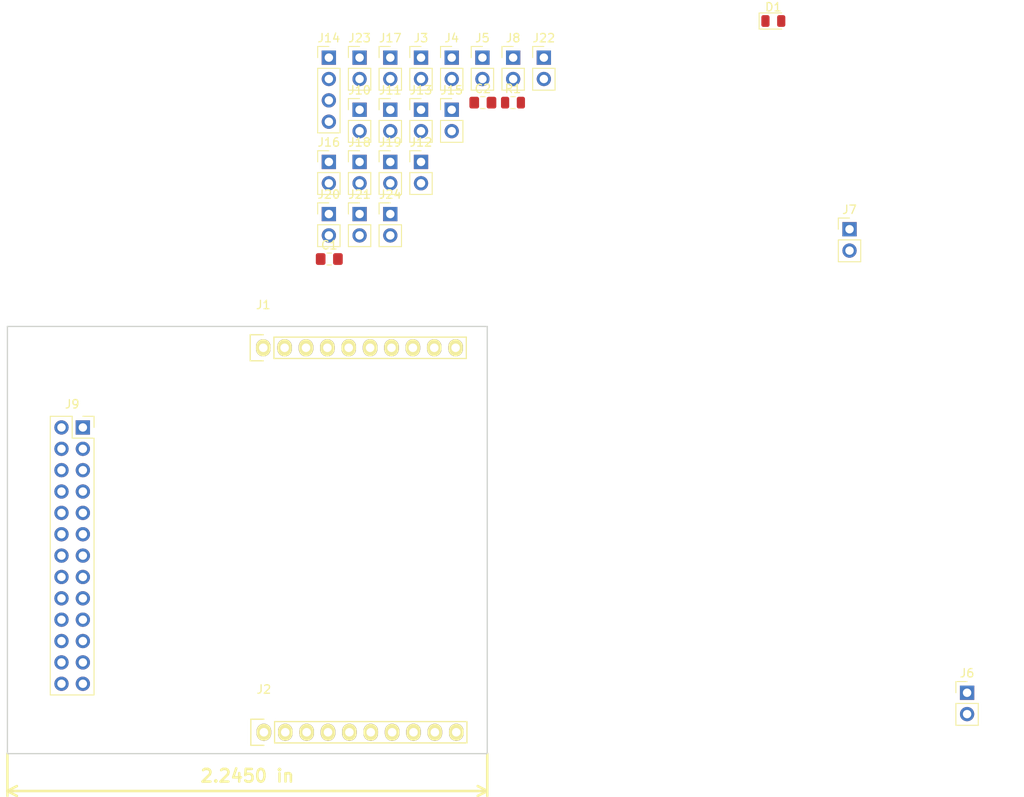
<source format=kicad_pcb>
(kicad_pcb (version 20171130) (host pcbnew 5.0.2+dfsg1-1)

  (general
    (thickness 1.6)
    (drawings 10)
    (tracks 0)
    (zones 0)
    (modules 28)
    (nets 62)
  )

  (page A4)
  (title_block
    (date "lun. 30 mars 2015")
  )

  (layers
    (0 F.Cu signal)
    (31 B.Cu signal)
    (32 B.Adhes user)
    (33 F.Adhes user)
    (34 B.Paste user)
    (35 F.Paste user)
    (36 B.SilkS user)
    (37 F.SilkS user)
    (38 B.Mask user)
    (39 F.Mask user)
    (40 Dwgs.User user)
    (41 Cmts.User user)
    (42 Eco1.User user)
    (43 Eco2.User user)
    (44 Edge.Cuts user)
    (45 Margin user)
    (46 B.CrtYd user)
    (47 F.CrtYd user)
    (48 B.Fab user)
    (49 F.Fab user)
  )

  (setup
    (last_trace_width 0.25)
    (trace_clearance 0.2)
    (zone_clearance 0.508)
    (zone_45_only no)
    (trace_min 0.2)
    (segment_width 0.15)
    (edge_width 0.15)
    (via_size 0.6)
    (via_drill 0.4)
    (via_min_size 0.4)
    (via_min_drill 0.3)
    (uvia_size 0.3)
    (uvia_drill 0.1)
    (uvias_allowed no)
    (uvia_min_size 0.2)
    (uvia_min_drill 0.1)
    (pcb_text_width 0.3)
    (pcb_text_size 1.5 1.5)
    (mod_edge_width 0.15)
    (mod_text_size 1 1)
    (mod_text_width 0.15)
    (pad_size 4.064 4.064)
    (pad_drill 3.048)
    (pad_to_mask_clearance 0)
    (solder_mask_min_width 0.25)
    (aux_axis_origin 110.998 126.365)
    (grid_origin 110.998 126.365)
    (visible_elements FFFFFF7F)
    (pcbplotparams
      (layerselection 0x00030_80000001)
      (usegerberextensions false)
      (usegerberattributes false)
      (usegerberadvancedattributes false)
      (creategerberjobfile false)
      (excludeedgelayer true)
      (linewidth 0.100000)
      (plotframeref false)
      (viasonmask false)
      (mode 1)
      (useauxorigin false)
      (hpglpennumber 1)
      (hpglpenspeed 20)
      (hpglpendiameter 15.000000)
      (psnegative false)
      (psa4output false)
      (plotreference true)
      (plotvalue true)
      (plotinvisibletext false)
      (padsonsilk false)
      (subtractmaskfromsilk false)
      (outputformat 1)
      (mirror false)
      (drillshape 1)
      (scaleselection 1)
      (outputdirectory ""))
  )

  (net 0 "")
  (net 1 +5V)
  (net 2 GND)
  (net 3 +3V3)
  (net 4 "Net-(D1-Pad1)")
  (net 5 D0)
  (net 6 AMP1)
  (net 7 ADC3)
  (net 8 Echo1)
  (net 9 ADC0)
  (net 10 Trig1)
  (net 11 ADC1)
  (net 12 "Net-(J9-Pad10)")
  (net 13 ADC2)
  (net 14 R_TCRT)
  (net 15 AMP2)
  (net 16 L_TCRT)
  (net 17 TXB)
  (net 18 RXB)
  (net 19 Trig0)
  (net 20 PWM1)
  (net 21 Echo0)
  (net 22 PWM1N)
  (net 23 D1)
  (net 24 PWM2)
  (net 25 PWM2N)
  (net 26 11)
  (net 27 A2)
  (net 28 A1)
  (net 29 A0)
  (net 30 A3)
  (net 31 8)
  (net 32 7)
  (net 33 4)
  (net 34 6)
  (net 35 5)
  (net 36 3)
  (net 37 "A4(SDA)")
  (net 38 2)
  (net 39 "A5(SCL)")
  (net 40 13)
  (net 41 Tx)
  (net 42 Rx)
  (net 43 12)
  (net 44 "Net-(J2-Pad2)")
  (net 45 "Net-(J2-Pad3)")
  (net 46 "Net-(J2-Pad4)")
  (net 47 "Net-(J2-Pad5)")
  (net 48 "Net-(J2-Pad6)")
  (net 49 "Net-(J2-Pad7)")
  (net 50 "Net-(J2-Pad8)")
  (net 51 "Net-(J2-Pad9)")
  (net 52 "Net-(J2-Pad10)")
  (net 53 "Net-(J1-Pad10)")
  (net 54 "Net-(J1-Pad9)")
  (net 55 "Net-(J1-Pad8)")
  (net 56 "Net-(J1-Pad7)")
  (net 57 "Net-(J1-Pad6)")
  (net 58 "Net-(J1-Pad5)")
  (net 59 "Net-(J1-Pad4)")
  (net 60 "Net-(J1-Pad3)")
  (net 61 "Net-(J1-Pad2)")

  (net_class Default "This is the default net class."
    (clearance 0.2)
    (trace_width 0.25)
    (via_dia 0.6)
    (via_drill 0.4)
    (uvia_dia 0.3)
    (uvia_drill 0.1)
    (add_net +3V3)
    (add_net +5V)
    (add_net 11)
    (add_net 12)
    (add_net 13)
    (add_net 2)
    (add_net 3)
    (add_net 4)
    (add_net 5)
    (add_net 6)
    (add_net 7)
    (add_net 8)
    (add_net A0)
    (add_net A1)
    (add_net A2)
    (add_net A3)
    (add_net "A4(SDA)")
    (add_net "A5(SCL)")
    (add_net ADC0)
    (add_net ADC1)
    (add_net ADC2)
    (add_net ADC3)
    (add_net AMP1)
    (add_net AMP2)
    (add_net D0)
    (add_net D1)
    (add_net Echo0)
    (add_net Echo1)
    (add_net GND)
    (add_net L_TCRT)
    (add_net "Net-(D1-Pad1)")
    (add_net "Net-(J1-Pad10)")
    (add_net "Net-(J1-Pad2)")
    (add_net "Net-(J1-Pad3)")
    (add_net "Net-(J1-Pad4)")
    (add_net "Net-(J1-Pad5)")
    (add_net "Net-(J1-Pad6)")
    (add_net "Net-(J1-Pad7)")
    (add_net "Net-(J1-Pad8)")
    (add_net "Net-(J1-Pad9)")
    (add_net "Net-(J2-Pad10)")
    (add_net "Net-(J2-Pad2)")
    (add_net "Net-(J2-Pad3)")
    (add_net "Net-(J2-Pad4)")
    (add_net "Net-(J2-Pad5)")
    (add_net "Net-(J2-Pad6)")
    (add_net "Net-(J2-Pad7)")
    (add_net "Net-(J2-Pad8)")
    (add_net "Net-(J2-Pad9)")
    (add_net "Net-(J9-Pad10)")
    (add_net PWM1)
    (add_net PWM1N)
    (add_net PWM2)
    (add_net PWM2N)
    (add_net RXB)
    (add_net R_TCRT)
    (add_net Rx)
    (add_net TXB)
    (add_net Trig0)
    (add_net Trig1)
    (add_net Tx)
  )

  (module Connector_PinHeader_2.54mm:PinHeader_1x02_P2.54mm_Vertical (layer F.Cu) (tedit 59FED5CC) (tstamp 5EE15095)
    (at 211.074 64.008)
    (descr "Through hole straight pin header, 1x02, 2.54mm pitch, single row")
    (tags "Through hole pin header THT 1x02 2.54mm single row")
    (path /5E722316)
    (fp_text reference J7 (at 0 -2.33) (layer F.SilkS)
      (effects (font (size 1 1) (thickness 0.15)))
    )
    (fp_text value Conn_01x02_Male (at 0 4.87) (layer F.Fab)
      (effects (font (size 1 1) (thickness 0.15)))
    )
    (fp_text user %R (at 0 1.27 90) (layer F.Fab)
      (effects (font (size 1 1) (thickness 0.15)))
    )
    (fp_line (start 1.8 -1.8) (end -1.8 -1.8) (layer F.CrtYd) (width 0.05))
    (fp_line (start 1.8 4.35) (end 1.8 -1.8) (layer F.CrtYd) (width 0.05))
    (fp_line (start -1.8 4.35) (end 1.8 4.35) (layer F.CrtYd) (width 0.05))
    (fp_line (start -1.8 -1.8) (end -1.8 4.35) (layer F.CrtYd) (width 0.05))
    (fp_line (start -1.33 -1.33) (end 0 -1.33) (layer F.SilkS) (width 0.12))
    (fp_line (start -1.33 0) (end -1.33 -1.33) (layer F.SilkS) (width 0.12))
    (fp_line (start -1.33 1.27) (end 1.33 1.27) (layer F.SilkS) (width 0.12))
    (fp_line (start 1.33 1.27) (end 1.33 3.87) (layer F.SilkS) (width 0.12))
    (fp_line (start -1.33 1.27) (end -1.33 3.87) (layer F.SilkS) (width 0.12))
    (fp_line (start -1.33 3.87) (end 1.33 3.87) (layer F.SilkS) (width 0.12))
    (fp_line (start -1.27 -0.635) (end -0.635 -1.27) (layer F.Fab) (width 0.1))
    (fp_line (start -1.27 3.81) (end -1.27 -0.635) (layer F.Fab) (width 0.1))
    (fp_line (start 1.27 3.81) (end -1.27 3.81) (layer F.Fab) (width 0.1))
    (fp_line (start 1.27 -1.27) (end 1.27 3.81) (layer F.Fab) (width 0.1))
    (fp_line (start -0.635 -1.27) (end 1.27 -1.27) (layer F.Fab) (width 0.1))
    (pad 2 thru_hole oval (at 0 2.54) (size 1.7 1.7) (drill 1) (layers *.Cu *.Mask)
      (net 28 A1))
    (pad 1 thru_hole rect (at 0 0) (size 1.7 1.7) (drill 1) (layers *.Cu *.Mask)
      (net 11 ADC1))
    (model ${KISYS3DMOD}/Connector_PinHeader_2.54mm.3dshapes/PinHeader_1x02_P2.54mm_Vertical.wrl
      (at (xyz 0 0 0))
      (scale (xyz 1 1 1))
      (rotate (xyz 0 0 0))
    )
  )

  (module Connector_PinHeader_2.54mm:PinHeader_1x02_P2.54mm_Vertical (layer F.Cu) (tedit 59FED5CC) (tstamp 5EE15080)
    (at 225.044 119.126)
    (descr "Through hole straight pin header, 1x02, 2.54mm pitch, single row")
    (tags "Through hole pin header THT 1x02 2.54mm single row")
    (path /5E718E4F)
    (fp_text reference J6 (at 0 -2.33) (layer F.SilkS)
      (effects (font (size 1 1) (thickness 0.15)))
    )
    (fp_text value Conn_01x02_Male (at 0 4.87) (layer F.Fab)
      (effects (font (size 1 1) (thickness 0.15)))
    )
    (fp_line (start -0.635 -1.27) (end 1.27 -1.27) (layer F.Fab) (width 0.1))
    (fp_line (start 1.27 -1.27) (end 1.27 3.81) (layer F.Fab) (width 0.1))
    (fp_line (start 1.27 3.81) (end -1.27 3.81) (layer F.Fab) (width 0.1))
    (fp_line (start -1.27 3.81) (end -1.27 -0.635) (layer F.Fab) (width 0.1))
    (fp_line (start -1.27 -0.635) (end -0.635 -1.27) (layer F.Fab) (width 0.1))
    (fp_line (start -1.33 3.87) (end 1.33 3.87) (layer F.SilkS) (width 0.12))
    (fp_line (start -1.33 1.27) (end -1.33 3.87) (layer F.SilkS) (width 0.12))
    (fp_line (start 1.33 1.27) (end 1.33 3.87) (layer F.SilkS) (width 0.12))
    (fp_line (start -1.33 1.27) (end 1.33 1.27) (layer F.SilkS) (width 0.12))
    (fp_line (start -1.33 0) (end -1.33 -1.33) (layer F.SilkS) (width 0.12))
    (fp_line (start -1.33 -1.33) (end 0 -1.33) (layer F.SilkS) (width 0.12))
    (fp_line (start -1.8 -1.8) (end -1.8 4.35) (layer F.CrtYd) (width 0.05))
    (fp_line (start -1.8 4.35) (end 1.8 4.35) (layer F.CrtYd) (width 0.05))
    (fp_line (start 1.8 4.35) (end 1.8 -1.8) (layer F.CrtYd) (width 0.05))
    (fp_line (start 1.8 -1.8) (end -1.8 -1.8) (layer F.CrtYd) (width 0.05))
    (fp_text user %R (at 0 1.27 90) (layer F.Fab)
      (effects (font (size 1 1) (thickness 0.15)))
    )
    (pad 1 thru_hole rect (at 0 0) (size 1.7 1.7) (drill 1) (layers *.Cu *.Mask)
      (net 9 ADC0))
    (pad 2 thru_hole oval (at 0 2.54) (size 1.7 1.7) (drill 1) (layers *.Cu *.Mask)
      (net 27 A2))
    (model ${KISYS3DMOD}/Connector_PinHeader_2.54mm.3dshapes/PinHeader_1x02_P2.54mm_Vertical.wrl
      (at (xyz 0 0 0))
      (scale (xyz 1 1 1))
      (rotate (xyz 0 0 0))
    )
  )

  (module Socket_Arduino_Uno:Socket_Strip_Arduino_1x10 (layer F.Cu) (tedit 551AF8D9) (tstamp 5EE16093)
    (at 141.4018 78.105)
    (descr "Through hole socket strip")
    (tags "socket strip")
    (path /5EE1593E)
    (fp_text reference J1 (at 0 -5.1) (layer F.SilkS)
      (effects (font (size 1 1) (thickness 0.15)))
    )
    (fp_text value Digital (at 0 -3.1) (layer F.Fab)
      (effects (font (size 1 1) (thickness 0.15)))
    )
    (fp_line (start -1.55 -1.55) (end -1.55 1.55) (layer F.SilkS) (width 0.15))
    (fp_line (start 0 -1.55) (end -1.55 -1.55) (layer F.SilkS) (width 0.15))
    (fp_line (start 1.27 1.27) (end 1.27 -1.27) (layer F.SilkS) (width 0.15))
    (fp_line (start -1.55 1.55) (end 0 1.55) (layer F.SilkS) (width 0.15))
    (fp_line (start 24.13 -1.27) (end 1.27 -1.27) (layer F.SilkS) (width 0.15))
    (fp_line (start 24.13 1.27) (end 24.13 -1.27) (layer F.SilkS) (width 0.15))
    (fp_line (start 1.27 1.27) (end 24.13 1.27) (layer F.SilkS) (width 0.15))
    (fp_line (start -1.75 1.75) (end 24.65 1.75) (layer F.CrtYd) (width 0.05))
    (fp_line (start -1.75 -1.75) (end 24.65 -1.75) (layer F.CrtYd) (width 0.05))
    (fp_line (start 24.65 -1.75) (end 24.65 1.75) (layer F.CrtYd) (width 0.05))
    (fp_line (start -1.75 -1.75) (end -1.75 1.75) (layer F.CrtYd) (width 0.05))
    (pad 10 thru_hole oval (at 22.86 0) (size 1.7272 2.032) (drill 1.016) (layers *.Cu *.Mask F.SilkS)
      (net 53 "Net-(J1-Pad10)"))
    (pad 9 thru_hole oval (at 20.32 0) (size 1.7272 2.032) (drill 1.016) (layers *.Cu *.Mask F.SilkS)
      (net 54 "Net-(J1-Pad9)"))
    (pad 8 thru_hole oval (at 17.78 0) (size 1.7272 2.032) (drill 1.016) (layers *.Cu *.Mask F.SilkS)
      (net 55 "Net-(J1-Pad8)"))
    (pad 7 thru_hole oval (at 15.24 0) (size 1.7272 2.032) (drill 1.016) (layers *.Cu *.Mask F.SilkS)
      (net 56 "Net-(J1-Pad7)"))
    (pad 6 thru_hole oval (at 12.7 0) (size 1.7272 2.032) (drill 1.016) (layers *.Cu *.Mask F.SilkS)
      (net 57 "Net-(J1-Pad6)"))
    (pad 5 thru_hole oval (at 10.16 0) (size 1.7272 2.032) (drill 1.016) (layers *.Cu *.Mask F.SilkS)
      (net 58 "Net-(J1-Pad5)"))
    (pad 4 thru_hole oval (at 7.62 0) (size 1.7272 2.032) (drill 1.016) (layers *.Cu *.Mask F.SilkS)
      (net 59 "Net-(J1-Pad4)"))
    (pad 3 thru_hole oval (at 5.08 0) (size 1.7272 2.032) (drill 1.016) (layers *.Cu *.Mask F.SilkS)
      (net 60 "Net-(J1-Pad3)"))
    (pad 2 thru_hole oval (at 2.54 0) (size 1.7272 2.032) (drill 1.016) (layers *.Cu *.Mask F.SilkS)
      (net 61 "Net-(J1-Pad2)"))
    (pad 1 thru_hole oval (at 0 0) (size 1.7272 2.032) (drill 1.016) (layers *.Cu *.Mask F.SilkS)
      (net 3 +3V3))
    (model ${KIPRJMOD}/Socket_Arduino_Uno.3dshapes/Socket_header_Arduino_1x10.wrl
      (offset (xyz 11.42999982833862 0 0))
      (scale (xyz 1 1 1))
      (rotate (xyz 0 0 180))
    )
  )

  (module Socket_Arduino_Uno:Socket_Strip_Arduino_1x10 (layer F.Cu) (tedit 551AF8D9) (tstamp 5EE158F6)
    (at 141.478 123.825)
    (descr "Through hole socket strip")
    (tags "socket strip")
    (path /5EE2261F)
    (fp_text reference J2 (at 0 -5.1) (layer F.SilkS)
      (effects (font (size 1 1) (thickness 0.15)))
    )
    (fp_text value Digital (at 0 -3.1) (layer F.Fab)
      (effects (font (size 1 1) (thickness 0.15)))
    )
    (fp_line (start -1.75 -1.75) (end -1.75 1.75) (layer F.CrtYd) (width 0.05))
    (fp_line (start 24.65 -1.75) (end 24.65 1.75) (layer F.CrtYd) (width 0.05))
    (fp_line (start -1.75 -1.75) (end 24.65 -1.75) (layer F.CrtYd) (width 0.05))
    (fp_line (start -1.75 1.75) (end 24.65 1.75) (layer F.CrtYd) (width 0.05))
    (fp_line (start 1.27 1.27) (end 24.13 1.27) (layer F.SilkS) (width 0.15))
    (fp_line (start 24.13 1.27) (end 24.13 -1.27) (layer F.SilkS) (width 0.15))
    (fp_line (start 24.13 -1.27) (end 1.27 -1.27) (layer F.SilkS) (width 0.15))
    (fp_line (start -1.55 1.55) (end 0 1.55) (layer F.SilkS) (width 0.15))
    (fp_line (start 1.27 1.27) (end 1.27 -1.27) (layer F.SilkS) (width 0.15))
    (fp_line (start 0 -1.55) (end -1.55 -1.55) (layer F.SilkS) (width 0.15))
    (fp_line (start -1.55 -1.55) (end -1.55 1.55) (layer F.SilkS) (width 0.15))
    (pad 1 thru_hole oval (at 0 0) (size 1.7272 2.032) (drill 1.016) (layers *.Cu *.Mask F.SilkS)
      (net 2 GND))
    (pad 2 thru_hole oval (at 2.54 0) (size 1.7272 2.032) (drill 1.016) (layers *.Cu *.Mask F.SilkS)
      (net 44 "Net-(J2-Pad2)"))
    (pad 3 thru_hole oval (at 5.08 0) (size 1.7272 2.032) (drill 1.016) (layers *.Cu *.Mask F.SilkS)
      (net 45 "Net-(J2-Pad3)"))
    (pad 4 thru_hole oval (at 7.62 0) (size 1.7272 2.032) (drill 1.016) (layers *.Cu *.Mask F.SilkS)
      (net 46 "Net-(J2-Pad4)"))
    (pad 5 thru_hole oval (at 10.16 0) (size 1.7272 2.032) (drill 1.016) (layers *.Cu *.Mask F.SilkS)
      (net 47 "Net-(J2-Pad5)"))
    (pad 6 thru_hole oval (at 12.7 0) (size 1.7272 2.032) (drill 1.016) (layers *.Cu *.Mask F.SilkS)
      (net 48 "Net-(J2-Pad6)"))
    (pad 7 thru_hole oval (at 15.24 0) (size 1.7272 2.032) (drill 1.016) (layers *.Cu *.Mask F.SilkS)
      (net 49 "Net-(J2-Pad7)"))
    (pad 8 thru_hole oval (at 17.78 0) (size 1.7272 2.032) (drill 1.016) (layers *.Cu *.Mask F.SilkS)
      (net 50 "Net-(J2-Pad8)"))
    (pad 9 thru_hole oval (at 20.32 0) (size 1.7272 2.032) (drill 1.016) (layers *.Cu *.Mask F.SilkS)
      (net 51 "Net-(J2-Pad9)"))
    (pad 10 thru_hole oval (at 22.86 0) (size 1.7272 2.032) (drill 1.016) (layers *.Cu *.Mask F.SilkS)
      (net 52 "Net-(J2-Pad10)"))
    (model ${KIPRJMOD}/Socket_Arduino_Uno.3dshapes/Socket_header_Arduino_1x10.wrl
      (offset (xyz 11.42999982833862 0 0))
      (scale (xyz 1 1 1))
      (rotate (xyz 0 0 180))
    )
  )

  (module Capacitor_SMD:C_0805_2012Metric_Pad1.15x1.40mm_HandSolder (layer F.Cu) (tedit 5B36C52B) (tstamp 5EE142F0)
    (at 167.499001 48.952001)
    (descr "Capacitor SMD 0805 (2012 Metric), square (rectangular) end terminal, IPC_7351 nominal with elongated pad for handsoldering. (Body size source: https://docs.google.com/spreadsheets/d/1BsfQQcO9C6DZCsRaXUlFlo91Tg2WpOkGARC1WS5S8t0/edit?usp=sharing), generated with kicad-footprint-generator")
    (tags "capacitor handsolder")
    (path /5F00DDFD)
    (attr smd)
    (fp_text reference C2 (at 0 -1.65) (layer F.SilkS)
      (effects (font (size 1 1) (thickness 0.15)))
    )
    (fp_text value 100n (at 0 1.65) (layer F.Fab)
      (effects (font (size 1 1) (thickness 0.15)))
    )
    (fp_text user %R (at 0 0) (layer F.Fab)
      (effects (font (size 0.5 0.5) (thickness 0.08)))
    )
    (fp_line (start 1.85 0.95) (end -1.85 0.95) (layer F.CrtYd) (width 0.05))
    (fp_line (start 1.85 -0.95) (end 1.85 0.95) (layer F.CrtYd) (width 0.05))
    (fp_line (start -1.85 -0.95) (end 1.85 -0.95) (layer F.CrtYd) (width 0.05))
    (fp_line (start -1.85 0.95) (end -1.85 -0.95) (layer F.CrtYd) (width 0.05))
    (fp_line (start -0.261252 0.71) (end 0.261252 0.71) (layer F.SilkS) (width 0.12))
    (fp_line (start -0.261252 -0.71) (end 0.261252 -0.71) (layer F.SilkS) (width 0.12))
    (fp_line (start 1 0.6) (end -1 0.6) (layer F.Fab) (width 0.1))
    (fp_line (start 1 -0.6) (end 1 0.6) (layer F.Fab) (width 0.1))
    (fp_line (start -1 -0.6) (end 1 -0.6) (layer F.Fab) (width 0.1))
    (fp_line (start -1 0.6) (end -1 -0.6) (layer F.Fab) (width 0.1))
    (pad 2 smd roundrect (at 1.025 0) (size 1.15 1.4) (layers F.Cu F.Paste F.Mask) (roundrect_rratio 0.217391)
      (net 2 GND))
    (pad 1 smd roundrect (at -1.025 0) (size 1.15 1.4) (layers F.Cu F.Paste F.Mask) (roundrect_rratio 0.217391)
      (net 3 +3V3))
    (model ${KISYS3DMOD}/Capacitor_SMD.3dshapes/C_0805_2012Metric.wrl
      (at (xyz 0 0 0))
      (scale (xyz 1 1 1))
      (rotate (xyz 0 0 0))
    )
  )

  (module Capacitor_SMD:C_0805_2012Metric_Pad1.15x1.40mm_HandSolder (layer F.Cu) (tedit 5B36C52B) (tstamp 5EE142DF)
    (at 149.249001 67.552001)
    (descr "Capacitor SMD 0805 (2012 Metric), square (rectangular) end terminal, IPC_7351 nominal with elongated pad for handsoldering. (Body size source: https://docs.google.com/spreadsheets/d/1BsfQQcO9C6DZCsRaXUlFlo91Tg2WpOkGARC1WS5S8t0/edit?usp=sharing), generated with kicad-footprint-generator")
    (tags "capacitor handsolder")
    (path /5EFE9E76)
    (attr smd)
    (fp_text reference C1 (at 0 -1.65) (layer F.SilkS)
      (effects (font (size 1 1) (thickness 0.15)))
    )
    (fp_text value 100n (at 0 1.65) (layer F.Fab)
      (effects (font (size 1 1) (thickness 0.15)))
    )
    (fp_line (start -1 0.6) (end -1 -0.6) (layer F.Fab) (width 0.1))
    (fp_line (start -1 -0.6) (end 1 -0.6) (layer F.Fab) (width 0.1))
    (fp_line (start 1 -0.6) (end 1 0.6) (layer F.Fab) (width 0.1))
    (fp_line (start 1 0.6) (end -1 0.6) (layer F.Fab) (width 0.1))
    (fp_line (start -0.261252 -0.71) (end 0.261252 -0.71) (layer F.SilkS) (width 0.12))
    (fp_line (start -0.261252 0.71) (end 0.261252 0.71) (layer F.SilkS) (width 0.12))
    (fp_line (start -1.85 0.95) (end -1.85 -0.95) (layer F.CrtYd) (width 0.05))
    (fp_line (start -1.85 -0.95) (end 1.85 -0.95) (layer F.CrtYd) (width 0.05))
    (fp_line (start 1.85 -0.95) (end 1.85 0.95) (layer F.CrtYd) (width 0.05))
    (fp_line (start 1.85 0.95) (end -1.85 0.95) (layer F.CrtYd) (width 0.05))
    (fp_text user %R (at 0 0) (layer F.Fab)
      (effects (font (size 0.5 0.5) (thickness 0.08)))
    )
    (pad 1 smd roundrect (at -1.025 0) (size 1.15 1.4) (layers F.Cu F.Paste F.Mask) (roundrect_rratio 0.217391)
      (net 1 +5V))
    (pad 2 smd roundrect (at 1.025 0) (size 1.15 1.4) (layers F.Cu F.Paste F.Mask) (roundrect_rratio 0.217391)
      (net 2 GND))
    (model ${KISYS3DMOD}/Capacitor_SMD.3dshapes/C_0805_2012Metric.wrl
      (at (xyz 0 0 0))
      (scale (xyz 1 1 1))
      (rotate (xyz 0 0 0))
    )
  )

  (module Connector_PinHeader_2.54mm:PinHeader_1x02_P2.54mm_Vertical (layer F.Cu) (tedit 59FED5CC) (tstamp 5EE142CE)
    (at 156.499001 62.202001)
    (descr "Through hole straight pin header, 1x02, 2.54mm pitch, single row")
    (tags "Through hole pin header THT 1x02 2.54mm single row")
    (path /5E7089E9)
    (fp_text reference J24 (at 0 -2.33) (layer F.SilkS)
      (effects (font (size 1 1) (thickness 0.15)))
    )
    (fp_text value Conn_01x02_Male (at 0 4.87) (layer F.Fab)
      (effects (font (size 1 1) (thickness 0.15)))
    )
    (fp_text user %R (at 0 1.27 90) (layer F.Fab)
      (effects (font (size 1 1) (thickness 0.15)))
    )
    (fp_line (start 1.8 -1.8) (end -1.8 -1.8) (layer F.CrtYd) (width 0.05))
    (fp_line (start 1.8 4.35) (end 1.8 -1.8) (layer F.CrtYd) (width 0.05))
    (fp_line (start -1.8 4.35) (end 1.8 4.35) (layer F.CrtYd) (width 0.05))
    (fp_line (start -1.8 -1.8) (end -1.8 4.35) (layer F.CrtYd) (width 0.05))
    (fp_line (start -1.33 -1.33) (end 0 -1.33) (layer F.SilkS) (width 0.12))
    (fp_line (start -1.33 0) (end -1.33 -1.33) (layer F.SilkS) (width 0.12))
    (fp_line (start -1.33 1.27) (end 1.33 1.27) (layer F.SilkS) (width 0.12))
    (fp_line (start 1.33 1.27) (end 1.33 3.87) (layer F.SilkS) (width 0.12))
    (fp_line (start -1.33 1.27) (end -1.33 3.87) (layer F.SilkS) (width 0.12))
    (fp_line (start -1.33 3.87) (end 1.33 3.87) (layer F.SilkS) (width 0.12))
    (fp_line (start -1.27 -0.635) (end -0.635 -1.27) (layer F.Fab) (width 0.1))
    (fp_line (start -1.27 3.81) (end -1.27 -0.635) (layer F.Fab) (width 0.1))
    (fp_line (start 1.27 3.81) (end -1.27 3.81) (layer F.Fab) (width 0.1))
    (fp_line (start 1.27 -1.27) (end 1.27 3.81) (layer F.Fab) (width 0.1))
    (fp_line (start -0.635 -1.27) (end 1.27 -1.27) (layer F.Fab) (width 0.1))
    (pad 2 thru_hole oval (at 0 2.54) (size 1.7 1.7) (drill 1) (layers *.Cu *.Mask)
      (net 43 12))
    (pad 1 thru_hole rect (at 0 0) (size 1.7 1.7) (drill 1) (layers *.Cu *.Mask)
      (net 23 D1))
    (model ${KISYS3DMOD}/Connector_PinHeader_2.54mm.3dshapes/PinHeader_1x02_P2.54mm_Vertical.wrl
      (at (xyz 0 0 0))
      (scale (xyz 1 1 1))
      (rotate (xyz 0 0 0))
    )
  )

  (module Connector_PinHeader_2.54mm:PinHeader_1x02_P2.54mm_Vertical (layer F.Cu) (tedit 59FED5CC) (tstamp 5EE142B8)
    (at 152.849001 43.602001)
    (descr "Through hole straight pin header, 1x02, 2.54mm pitch, single row")
    (tags "Through hole pin header THT 1x02 2.54mm single row")
    (path /5E74836B)
    (fp_text reference J23 (at 0 -2.33) (layer F.SilkS)
      (effects (font (size 1 1) (thickness 0.15)))
    )
    (fp_text value Conn_01x02_Male (at 0 4.87) (layer F.Fab)
      (effects (font (size 1 1) (thickness 0.15)))
    )
    (fp_line (start -0.635 -1.27) (end 1.27 -1.27) (layer F.Fab) (width 0.1))
    (fp_line (start 1.27 -1.27) (end 1.27 3.81) (layer F.Fab) (width 0.1))
    (fp_line (start 1.27 3.81) (end -1.27 3.81) (layer F.Fab) (width 0.1))
    (fp_line (start -1.27 3.81) (end -1.27 -0.635) (layer F.Fab) (width 0.1))
    (fp_line (start -1.27 -0.635) (end -0.635 -1.27) (layer F.Fab) (width 0.1))
    (fp_line (start -1.33 3.87) (end 1.33 3.87) (layer F.SilkS) (width 0.12))
    (fp_line (start -1.33 1.27) (end -1.33 3.87) (layer F.SilkS) (width 0.12))
    (fp_line (start 1.33 1.27) (end 1.33 3.87) (layer F.SilkS) (width 0.12))
    (fp_line (start -1.33 1.27) (end 1.33 1.27) (layer F.SilkS) (width 0.12))
    (fp_line (start -1.33 0) (end -1.33 -1.33) (layer F.SilkS) (width 0.12))
    (fp_line (start -1.33 -1.33) (end 0 -1.33) (layer F.SilkS) (width 0.12))
    (fp_line (start -1.8 -1.8) (end -1.8 4.35) (layer F.CrtYd) (width 0.05))
    (fp_line (start -1.8 4.35) (end 1.8 4.35) (layer F.CrtYd) (width 0.05))
    (fp_line (start 1.8 4.35) (end 1.8 -1.8) (layer F.CrtYd) (width 0.05))
    (fp_line (start 1.8 -1.8) (end -1.8 -1.8) (layer F.CrtYd) (width 0.05))
    (fp_text user %R (at 0 1.27 90) (layer F.Fab)
      (effects (font (size 1 1) (thickness 0.15)))
    )
    (pad 1 thru_hole rect (at 0 0) (size 1.7 1.7) (drill 1) (layers *.Cu *.Mask)
      (net 17 TXB))
    (pad 2 thru_hole oval (at 0 2.54) (size 1.7 1.7) (drill 1) (layers *.Cu *.Mask)
      (net 42 Rx))
    (model ${KISYS3DMOD}/Connector_PinHeader_2.54mm.3dshapes/PinHeader_1x02_P2.54mm_Vertical.wrl
      (at (xyz 0 0 0))
      (scale (xyz 1 1 1))
      (rotate (xyz 0 0 0))
    )
  )

  (module Connector_PinHeader_2.54mm:PinHeader_1x02_P2.54mm_Vertical (layer F.Cu) (tedit 59FED5CC) (tstamp 5EE142A2)
    (at 174.749001 43.602001)
    (descr "Through hole straight pin header, 1x02, 2.54mm pitch, single row")
    (tags "Through hole pin header THT 1x02 2.54mm single row")
    (path /5E7483D7)
    (fp_text reference J22 (at 0 -2.33) (layer F.SilkS)
      (effects (font (size 1 1) (thickness 0.15)))
    )
    (fp_text value Conn_01x02_Male (at 0 4.87) (layer F.Fab)
      (effects (font (size 1 1) (thickness 0.15)))
    )
    (fp_text user %R (at 0 1.27 90) (layer F.Fab)
      (effects (font (size 1 1) (thickness 0.15)))
    )
    (fp_line (start 1.8 -1.8) (end -1.8 -1.8) (layer F.CrtYd) (width 0.05))
    (fp_line (start 1.8 4.35) (end 1.8 -1.8) (layer F.CrtYd) (width 0.05))
    (fp_line (start -1.8 4.35) (end 1.8 4.35) (layer F.CrtYd) (width 0.05))
    (fp_line (start -1.8 -1.8) (end -1.8 4.35) (layer F.CrtYd) (width 0.05))
    (fp_line (start -1.33 -1.33) (end 0 -1.33) (layer F.SilkS) (width 0.12))
    (fp_line (start -1.33 0) (end -1.33 -1.33) (layer F.SilkS) (width 0.12))
    (fp_line (start -1.33 1.27) (end 1.33 1.27) (layer F.SilkS) (width 0.12))
    (fp_line (start 1.33 1.27) (end 1.33 3.87) (layer F.SilkS) (width 0.12))
    (fp_line (start -1.33 1.27) (end -1.33 3.87) (layer F.SilkS) (width 0.12))
    (fp_line (start -1.33 3.87) (end 1.33 3.87) (layer F.SilkS) (width 0.12))
    (fp_line (start -1.27 -0.635) (end -0.635 -1.27) (layer F.Fab) (width 0.1))
    (fp_line (start -1.27 3.81) (end -1.27 -0.635) (layer F.Fab) (width 0.1))
    (fp_line (start 1.27 3.81) (end -1.27 3.81) (layer F.Fab) (width 0.1))
    (fp_line (start 1.27 -1.27) (end 1.27 3.81) (layer F.Fab) (width 0.1))
    (fp_line (start -0.635 -1.27) (end 1.27 -1.27) (layer F.Fab) (width 0.1))
    (pad 2 thru_hole oval (at 0 2.54) (size 1.7 1.7) (drill 1) (layers *.Cu *.Mask)
      (net 41 Tx))
    (pad 1 thru_hole rect (at 0 0) (size 1.7 1.7) (drill 1) (layers *.Cu *.Mask)
      (net 18 RXB))
    (model ${KISYS3DMOD}/Connector_PinHeader_2.54mm.3dshapes/PinHeader_1x02_P2.54mm_Vertical.wrl
      (at (xyz 0 0 0))
      (scale (xyz 1 1 1))
      (rotate (xyz 0 0 0))
    )
  )

  (module Connector_PinHeader_2.54mm:PinHeader_1x02_P2.54mm_Vertical (layer F.Cu) (tedit 59FED5CC) (tstamp 5EE1428C)
    (at 152.849001 62.202001)
    (descr "Through hole straight pin header, 1x02, 2.54mm pitch, single row")
    (tags "Through hole pin header THT 1x02 2.54mm single row")
    (path /5E6E73BA)
    (fp_text reference J21 (at 0 -2.33) (layer F.SilkS)
      (effects (font (size 1 1) (thickness 0.15)))
    )
    (fp_text value Conn_01x02_Male (at 0 4.87) (layer F.Fab)
      (effects (font (size 1 1) (thickness 0.15)))
    )
    (fp_line (start -0.635 -1.27) (end 1.27 -1.27) (layer F.Fab) (width 0.1))
    (fp_line (start 1.27 -1.27) (end 1.27 3.81) (layer F.Fab) (width 0.1))
    (fp_line (start 1.27 3.81) (end -1.27 3.81) (layer F.Fab) (width 0.1))
    (fp_line (start -1.27 3.81) (end -1.27 -0.635) (layer F.Fab) (width 0.1))
    (fp_line (start -1.27 -0.635) (end -0.635 -1.27) (layer F.Fab) (width 0.1))
    (fp_line (start -1.33 3.87) (end 1.33 3.87) (layer F.SilkS) (width 0.12))
    (fp_line (start -1.33 1.27) (end -1.33 3.87) (layer F.SilkS) (width 0.12))
    (fp_line (start 1.33 1.27) (end 1.33 3.87) (layer F.SilkS) (width 0.12))
    (fp_line (start -1.33 1.27) (end 1.33 1.27) (layer F.SilkS) (width 0.12))
    (fp_line (start -1.33 0) (end -1.33 -1.33) (layer F.SilkS) (width 0.12))
    (fp_line (start -1.33 -1.33) (end 0 -1.33) (layer F.SilkS) (width 0.12))
    (fp_line (start -1.8 -1.8) (end -1.8 4.35) (layer F.CrtYd) (width 0.05))
    (fp_line (start -1.8 4.35) (end 1.8 4.35) (layer F.CrtYd) (width 0.05))
    (fp_line (start 1.8 4.35) (end 1.8 -1.8) (layer F.CrtYd) (width 0.05))
    (fp_line (start 1.8 -1.8) (end -1.8 -1.8) (layer F.CrtYd) (width 0.05))
    (fp_text user %R (at 0 1.27 90) (layer F.Fab)
      (effects (font (size 1 1) (thickness 0.15)))
    )
    (pad 1 thru_hole rect (at 0 0) (size 1.7 1.7) (drill 1) (layers *.Cu *.Mask)
      (net 5 D0))
    (pad 2 thru_hole oval (at 0 2.54) (size 1.7 1.7) (drill 1) (layers *.Cu *.Mask)
      (net 40 13))
    (model ${KISYS3DMOD}/Connector_PinHeader_2.54mm.3dshapes/PinHeader_1x02_P2.54mm_Vertical.wrl
      (at (xyz 0 0 0))
      (scale (xyz 1 1 1))
      (rotate (xyz 0 0 0))
    )
  )

  (module Connector_PinHeader_2.54mm:PinHeader_1x02_P2.54mm_Vertical (layer F.Cu) (tedit 59FED5CC) (tstamp 5EE14276)
    (at 149.199001 62.202001)
    (descr "Through hole straight pin header, 1x02, 2.54mm pitch, single row")
    (tags "Through hole pin header THT 1x02 2.54mm single row")
    (path /5E6D99F8)
    (fp_text reference J20 (at 0 -2.33) (layer F.SilkS)
      (effects (font (size 1 1) (thickness 0.15)))
    )
    (fp_text value Conn_01x02_Male (at 0 4.87) (layer F.Fab)
      (effects (font (size 1 1) (thickness 0.15)))
    )
    (fp_text user %R (at 0 1.27 90) (layer F.Fab)
      (effects (font (size 1 1) (thickness 0.15)))
    )
    (fp_line (start 1.8 -1.8) (end -1.8 -1.8) (layer F.CrtYd) (width 0.05))
    (fp_line (start 1.8 4.35) (end 1.8 -1.8) (layer F.CrtYd) (width 0.05))
    (fp_line (start -1.8 4.35) (end 1.8 4.35) (layer F.CrtYd) (width 0.05))
    (fp_line (start -1.8 -1.8) (end -1.8 4.35) (layer F.CrtYd) (width 0.05))
    (fp_line (start -1.33 -1.33) (end 0 -1.33) (layer F.SilkS) (width 0.12))
    (fp_line (start -1.33 0) (end -1.33 -1.33) (layer F.SilkS) (width 0.12))
    (fp_line (start -1.33 1.27) (end 1.33 1.27) (layer F.SilkS) (width 0.12))
    (fp_line (start 1.33 1.27) (end 1.33 3.87) (layer F.SilkS) (width 0.12))
    (fp_line (start -1.33 1.27) (end -1.33 3.87) (layer F.SilkS) (width 0.12))
    (fp_line (start -1.33 3.87) (end 1.33 3.87) (layer F.SilkS) (width 0.12))
    (fp_line (start -1.27 -0.635) (end -0.635 -1.27) (layer F.Fab) (width 0.1))
    (fp_line (start -1.27 3.81) (end -1.27 -0.635) (layer F.Fab) (width 0.1))
    (fp_line (start 1.27 3.81) (end -1.27 3.81) (layer F.Fab) (width 0.1))
    (fp_line (start 1.27 -1.27) (end 1.27 3.81) (layer F.Fab) (width 0.1))
    (fp_line (start -0.635 -1.27) (end 1.27 -1.27) (layer F.Fab) (width 0.1))
    (pad 2 thru_hole oval (at 0 2.54) (size 1.7 1.7) (drill 1) (layers *.Cu *.Mask)
      (net 39 "A5(SCL)"))
    (pad 1 thru_hole rect (at 0 0) (size 1.7 1.7) (drill 1) (layers *.Cu *.Mask)
      (net 16 L_TCRT))
    (model ${KISYS3DMOD}/Connector_PinHeader_2.54mm.3dshapes/PinHeader_1x02_P2.54mm_Vertical.wrl
      (at (xyz 0 0 0))
      (scale (xyz 1 1 1))
      (rotate (xyz 0 0 0))
    )
  )

  (module Connector_PinHeader_2.54mm:PinHeader_1x02_P2.54mm_Vertical (layer F.Cu) (tedit 59FED5CC) (tstamp 5EE14260)
    (at 160.149001 56.002001)
    (descr "Through hole straight pin header, 1x02, 2.54mm pitch, single row")
    (tags "Through hole pin header THT 1x02 2.54mm single row")
    (path /5E6C3DB8)
    (fp_text reference J12 (at 0 -2.33) (layer F.SilkS)
      (effects (font (size 1 1) (thickness 0.15)))
    )
    (fp_text value Conn_01x02_Male (at 0 4.87) (layer F.Fab)
      (effects (font (size 1 1) (thickness 0.15)))
    )
    (fp_line (start -0.635 -1.27) (end 1.27 -1.27) (layer F.Fab) (width 0.1))
    (fp_line (start 1.27 -1.27) (end 1.27 3.81) (layer F.Fab) (width 0.1))
    (fp_line (start 1.27 3.81) (end -1.27 3.81) (layer F.Fab) (width 0.1))
    (fp_line (start -1.27 3.81) (end -1.27 -0.635) (layer F.Fab) (width 0.1))
    (fp_line (start -1.27 -0.635) (end -0.635 -1.27) (layer F.Fab) (width 0.1))
    (fp_line (start -1.33 3.87) (end 1.33 3.87) (layer F.SilkS) (width 0.12))
    (fp_line (start -1.33 1.27) (end -1.33 3.87) (layer F.SilkS) (width 0.12))
    (fp_line (start 1.33 1.27) (end 1.33 3.87) (layer F.SilkS) (width 0.12))
    (fp_line (start -1.33 1.27) (end 1.33 1.27) (layer F.SilkS) (width 0.12))
    (fp_line (start -1.33 0) (end -1.33 -1.33) (layer F.SilkS) (width 0.12))
    (fp_line (start -1.33 -1.33) (end 0 -1.33) (layer F.SilkS) (width 0.12))
    (fp_line (start -1.8 -1.8) (end -1.8 4.35) (layer F.CrtYd) (width 0.05))
    (fp_line (start -1.8 4.35) (end 1.8 4.35) (layer F.CrtYd) (width 0.05))
    (fp_line (start 1.8 4.35) (end 1.8 -1.8) (layer F.CrtYd) (width 0.05))
    (fp_line (start 1.8 -1.8) (end -1.8 -1.8) (layer F.CrtYd) (width 0.05))
    (fp_text user %R (at 0 1.27 90) (layer F.Fab)
      (effects (font (size 1 1) (thickness 0.15)))
    )
    (pad 1 thru_hole rect (at 0 0) (size 1.7 1.7) (drill 1) (layers *.Cu *.Mask)
      (net 8 Echo1))
    (pad 2 thru_hole oval (at 0 2.54) (size 1.7 1.7) (drill 1) (layers *.Cu *.Mask)
      (net 38 2))
    (model ${KISYS3DMOD}/Connector_PinHeader_2.54mm.3dshapes/PinHeader_1x02_P2.54mm_Vertical.wrl
      (at (xyz 0 0 0))
      (scale (xyz 1 1 1))
      (rotate (xyz 0 0 0))
    )
  )

  (module Connector_PinHeader_2.54mm:PinHeader_1x02_P2.54mm_Vertical (layer F.Cu) (tedit 59FED5CC) (tstamp 5EE1424A)
    (at 156.499001 56.002001)
    (descr "Through hole straight pin header, 1x02, 2.54mm pitch, single row")
    (tags "Through hole pin header THT 1x02 2.54mm single row")
    (path /5E6DCAD9)
    (fp_text reference J19 (at 0 -2.33) (layer F.SilkS)
      (effects (font (size 1 1) (thickness 0.15)))
    )
    (fp_text value Conn_01x02_Male (at 0 4.87) (layer F.Fab)
      (effects (font (size 1 1) (thickness 0.15)))
    )
    (fp_text user %R (at 0 1.27 90) (layer F.Fab)
      (effects (font (size 1 1) (thickness 0.15)))
    )
    (fp_line (start 1.8 -1.8) (end -1.8 -1.8) (layer F.CrtYd) (width 0.05))
    (fp_line (start 1.8 4.35) (end 1.8 -1.8) (layer F.CrtYd) (width 0.05))
    (fp_line (start -1.8 4.35) (end 1.8 4.35) (layer F.CrtYd) (width 0.05))
    (fp_line (start -1.8 -1.8) (end -1.8 4.35) (layer F.CrtYd) (width 0.05))
    (fp_line (start -1.33 -1.33) (end 0 -1.33) (layer F.SilkS) (width 0.12))
    (fp_line (start -1.33 0) (end -1.33 -1.33) (layer F.SilkS) (width 0.12))
    (fp_line (start -1.33 1.27) (end 1.33 1.27) (layer F.SilkS) (width 0.12))
    (fp_line (start 1.33 1.27) (end 1.33 3.87) (layer F.SilkS) (width 0.12))
    (fp_line (start -1.33 1.27) (end -1.33 3.87) (layer F.SilkS) (width 0.12))
    (fp_line (start -1.33 3.87) (end 1.33 3.87) (layer F.SilkS) (width 0.12))
    (fp_line (start -1.27 -0.635) (end -0.635 -1.27) (layer F.Fab) (width 0.1))
    (fp_line (start -1.27 3.81) (end -1.27 -0.635) (layer F.Fab) (width 0.1))
    (fp_line (start 1.27 3.81) (end -1.27 3.81) (layer F.Fab) (width 0.1))
    (fp_line (start 1.27 -1.27) (end 1.27 3.81) (layer F.Fab) (width 0.1))
    (fp_line (start -0.635 -1.27) (end 1.27 -1.27) (layer F.Fab) (width 0.1))
    (pad 2 thru_hole oval (at 0 2.54) (size 1.7 1.7) (drill 1) (layers *.Cu *.Mask)
      (net 37 "A4(SDA)"))
    (pad 1 thru_hole rect (at 0 0) (size 1.7 1.7) (drill 1) (layers *.Cu *.Mask)
      (net 14 R_TCRT))
    (model ${KISYS3DMOD}/Connector_PinHeader_2.54mm.3dshapes/PinHeader_1x02_P2.54mm_Vertical.wrl
      (at (xyz 0 0 0))
      (scale (xyz 1 1 1))
      (rotate (xyz 0 0 0))
    )
  )

  (module Connector_PinHeader_2.54mm:PinHeader_1x02_P2.54mm_Vertical (layer F.Cu) (tedit 59FED5CC) (tstamp 5EE14234)
    (at 152.849001 56.002001)
    (descr "Through hole straight pin header, 1x02, 2.54mm pitch, single row")
    (tags "Through hole pin header THT 1x02 2.54mm single row")
    (path /5E708A39)
    (fp_text reference J18 (at 0 -2.33) (layer F.SilkS)
      (effects (font (size 1 1) (thickness 0.15)))
    )
    (fp_text value Conn_01x02_Male (at 0 4.87) (layer F.Fab)
      (effects (font (size 1 1) (thickness 0.15)))
    )
    (fp_line (start -0.635 -1.27) (end 1.27 -1.27) (layer F.Fab) (width 0.1))
    (fp_line (start 1.27 -1.27) (end 1.27 3.81) (layer F.Fab) (width 0.1))
    (fp_line (start 1.27 3.81) (end -1.27 3.81) (layer F.Fab) (width 0.1))
    (fp_line (start -1.27 3.81) (end -1.27 -0.635) (layer F.Fab) (width 0.1))
    (fp_line (start -1.27 -0.635) (end -0.635 -1.27) (layer F.Fab) (width 0.1))
    (fp_line (start -1.33 3.87) (end 1.33 3.87) (layer F.SilkS) (width 0.12))
    (fp_line (start -1.33 1.27) (end -1.33 3.87) (layer F.SilkS) (width 0.12))
    (fp_line (start 1.33 1.27) (end 1.33 3.87) (layer F.SilkS) (width 0.12))
    (fp_line (start -1.33 1.27) (end 1.33 1.27) (layer F.SilkS) (width 0.12))
    (fp_line (start -1.33 0) (end -1.33 -1.33) (layer F.SilkS) (width 0.12))
    (fp_line (start -1.33 -1.33) (end 0 -1.33) (layer F.SilkS) (width 0.12))
    (fp_line (start -1.8 -1.8) (end -1.8 4.35) (layer F.CrtYd) (width 0.05))
    (fp_line (start -1.8 4.35) (end 1.8 4.35) (layer F.CrtYd) (width 0.05))
    (fp_line (start 1.8 4.35) (end 1.8 -1.8) (layer F.CrtYd) (width 0.05))
    (fp_line (start 1.8 -1.8) (end -1.8 -1.8) (layer F.CrtYd) (width 0.05))
    (fp_text user %R (at 0 1.27 90) (layer F.Fab)
      (effects (font (size 1 1) (thickness 0.15)))
    )
    (pad 1 thru_hole rect (at 0 0) (size 1.7 1.7) (drill 1) (layers *.Cu *.Mask)
      (net 25 PWM2N))
    (pad 2 thru_hole oval (at 0 2.54) (size 1.7 1.7) (drill 1) (layers *.Cu *.Mask)
      (net 36 3))
    (model ${KISYS3DMOD}/Connector_PinHeader_2.54mm.3dshapes/PinHeader_1x02_P2.54mm_Vertical.wrl
      (at (xyz 0 0 0))
      (scale (xyz 1 1 1))
      (rotate (xyz 0 0 0))
    )
  )

  (module Connector_PinHeader_2.54mm:PinHeader_1x02_P2.54mm_Vertical (layer F.Cu) (tedit 59FED5CC) (tstamp 5EE1421E)
    (at 149.199001 56.002001)
    (descr "Through hole straight pin header, 1x02, 2.54mm pitch, single row")
    (tags "Through hole pin header THT 1x02 2.54mm single row")
    (path /5E7612D7)
    (fp_text reference J16 (at 0 -2.33) (layer F.SilkS)
      (effects (font (size 1 1) (thickness 0.15)))
    )
    (fp_text value Conn_01x02_Male (at 0 4.87) (layer F.Fab)
      (effects (font (size 1 1) (thickness 0.15)))
    )
    (fp_text user %R (at 0 1.27 90) (layer F.Fab)
      (effects (font (size 1 1) (thickness 0.15)))
    )
    (fp_line (start 1.8 -1.8) (end -1.8 -1.8) (layer F.CrtYd) (width 0.05))
    (fp_line (start 1.8 4.35) (end 1.8 -1.8) (layer F.CrtYd) (width 0.05))
    (fp_line (start -1.8 4.35) (end 1.8 4.35) (layer F.CrtYd) (width 0.05))
    (fp_line (start -1.8 -1.8) (end -1.8 4.35) (layer F.CrtYd) (width 0.05))
    (fp_line (start -1.33 -1.33) (end 0 -1.33) (layer F.SilkS) (width 0.12))
    (fp_line (start -1.33 0) (end -1.33 -1.33) (layer F.SilkS) (width 0.12))
    (fp_line (start -1.33 1.27) (end 1.33 1.27) (layer F.SilkS) (width 0.12))
    (fp_line (start 1.33 1.27) (end 1.33 3.87) (layer F.SilkS) (width 0.12))
    (fp_line (start -1.33 1.27) (end -1.33 3.87) (layer F.SilkS) (width 0.12))
    (fp_line (start -1.33 3.87) (end 1.33 3.87) (layer F.SilkS) (width 0.12))
    (fp_line (start -1.27 -0.635) (end -0.635 -1.27) (layer F.Fab) (width 0.1))
    (fp_line (start -1.27 3.81) (end -1.27 -0.635) (layer F.Fab) (width 0.1))
    (fp_line (start 1.27 3.81) (end -1.27 3.81) (layer F.Fab) (width 0.1))
    (fp_line (start 1.27 -1.27) (end 1.27 3.81) (layer F.Fab) (width 0.1))
    (fp_line (start -0.635 -1.27) (end 1.27 -1.27) (layer F.Fab) (width 0.1))
    (pad 2 thru_hole oval (at 0 2.54) (size 1.7 1.7) (drill 1) (layers *.Cu *.Mask)
      (net 35 5))
    (pad 1 thru_hole rect (at 0 0) (size 1.7 1.7) (drill 1) (layers *.Cu *.Mask)
      (net 22 PWM1N))
    (model ${KISYS3DMOD}/Connector_PinHeader_2.54mm.3dshapes/PinHeader_1x02_P2.54mm_Vertical.wrl
      (at (xyz 0 0 0))
      (scale (xyz 1 1 1))
      (rotate (xyz 0 0 0))
    )
  )

  (module Connector_PinHeader_2.54mm:PinHeader_1x02_P2.54mm_Vertical (layer F.Cu) (tedit 59FED5CC) (tstamp 5EE14208)
    (at 163.799001 49.802001)
    (descr "Through hole straight pin header, 1x02, 2.54mm pitch, single row")
    (tags "Through hole pin header THT 1x02 2.54mm single row")
    (path /5E76127F)
    (fp_text reference J15 (at 0 -2.33) (layer F.SilkS)
      (effects (font (size 1 1) (thickness 0.15)))
    )
    (fp_text value Conn_01x02_Male (at 0 4.87) (layer F.Fab)
      (effects (font (size 1 1) (thickness 0.15)))
    )
    (fp_line (start -0.635 -1.27) (end 1.27 -1.27) (layer F.Fab) (width 0.1))
    (fp_line (start 1.27 -1.27) (end 1.27 3.81) (layer F.Fab) (width 0.1))
    (fp_line (start 1.27 3.81) (end -1.27 3.81) (layer F.Fab) (width 0.1))
    (fp_line (start -1.27 3.81) (end -1.27 -0.635) (layer F.Fab) (width 0.1))
    (fp_line (start -1.27 -0.635) (end -0.635 -1.27) (layer F.Fab) (width 0.1))
    (fp_line (start -1.33 3.87) (end 1.33 3.87) (layer F.SilkS) (width 0.12))
    (fp_line (start -1.33 1.27) (end -1.33 3.87) (layer F.SilkS) (width 0.12))
    (fp_line (start 1.33 1.27) (end 1.33 3.87) (layer F.SilkS) (width 0.12))
    (fp_line (start -1.33 1.27) (end 1.33 1.27) (layer F.SilkS) (width 0.12))
    (fp_line (start -1.33 0) (end -1.33 -1.33) (layer F.SilkS) (width 0.12))
    (fp_line (start -1.33 -1.33) (end 0 -1.33) (layer F.SilkS) (width 0.12))
    (fp_line (start -1.8 -1.8) (end -1.8 4.35) (layer F.CrtYd) (width 0.05))
    (fp_line (start -1.8 4.35) (end 1.8 4.35) (layer F.CrtYd) (width 0.05))
    (fp_line (start 1.8 4.35) (end 1.8 -1.8) (layer F.CrtYd) (width 0.05))
    (fp_line (start 1.8 -1.8) (end -1.8 -1.8) (layer F.CrtYd) (width 0.05))
    (fp_text user %R (at 0 1.27 90) (layer F.Fab)
      (effects (font (size 1 1) (thickness 0.15)))
    )
    (pad 1 thru_hole rect (at 0 0) (size 1.7 1.7) (drill 1) (layers *.Cu *.Mask)
      (net 20 PWM1))
    (pad 2 thru_hole oval (at 0 2.54) (size 1.7 1.7) (drill 1) (layers *.Cu *.Mask)
      (net 34 6))
    (model ${KISYS3DMOD}/Connector_PinHeader_2.54mm.3dshapes/PinHeader_1x02_P2.54mm_Vertical.wrl
      (at (xyz 0 0 0))
      (scale (xyz 1 1 1))
      (rotate (xyz 0 0 0))
    )
  )

  (module Connector_PinHeader_2.54mm:PinHeader_1x02_P2.54mm_Vertical (layer F.Cu) (tedit 59FED5CC) (tstamp 5EE141F2)
    (at 160.149001 49.802001)
    (descr "Through hole straight pin header, 1x02, 2.54mm pitch, single row")
    (tags "Through hole pin header THT 1x02 2.54mm single row")
    (path /5E6E742E)
    (fp_text reference J13 (at 0 -2.33) (layer F.SilkS)
      (effects (font (size 1 1) (thickness 0.15)))
    )
    (fp_text value Conn_01x02_Male (at 0 4.87) (layer F.Fab)
      (effects (font (size 1 1) (thickness 0.15)))
    )
    (fp_text user %R (at 0 1.27 90) (layer F.Fab)
      (effects (font (size 1 1) (thickness 0.15)))
    )
    (fp_line (start 1.8 -1.8) (end -1.8 -1.8) (layer F.CrtYd) (width 0.05))
    (fp_line (start 1.8 4.35) (end 1.8 -1.8) (layer F.CrtYd) (width 0.05))
    (fp_line (start -1.8 4.35) (end 1.8 4.35) (layer F.CrtYd) (width 0.05))
    (fp_line (start -1.8 -1.8) (end -1.8 4.35) (layer F.CrtYd) (width 0.05))
    (fp_line (start -1.33 -1.33) (end 0 -1.33) (layer F.SilkS) (width 0.12))
    (fp_line (start -1.33 0) (end -1.33 -1.33) (layer F.SilkS) (width 0.12))
    (fp_line (start -1.33 1.27) (end 1.33 1.27) (layer F.SilkS) (width 0.12))
    (fp_line (start 1.33 1.27) (end 1.33 3.87) (layer F.SilkS) (width 0.12))
    (fp_line (start -1.33 1.27) (end -1.33 3.87) (layer F.SilkS) (width 0.12))
    (fp_line (start -1.33 3.87) (end 1.33 3.87) (layer F.SilkS) (width 0.12))
    (fp_line (start -1.27 -0.635) (end -0.635 -1.27) (layer F.Fab) (width 0.1))
    (fp_line (start -1.27 3.81) (end -1.27 -0.635) (layer F.Fab) (width 0.1))
    (fp_line (start 1.27 3.81) (end -1.27 3.81) (layer F.Fab) (width 0.1))
    (fp_line (start 1.27 -1.27) (end 1.27 3.81) (layer F.Fab) (width 0.1))
    (fp_line (start -0.635 -1.27) (end 1.27 -1.27) (layer F.Fab) (width 0.1))
    (pad 2 thru_hole oval (at 0 2.54) (size 1.7 1.7) (drill 1) (layers *.Cu *.Mask)
      (net 33 4))
    (pad 1 thru_hole rect (at 0 0) (size 1.7 1.7) (drill 1) (layers *.Cu *.Mask)
      (net 10 Trig1))
    (model ${KISYS3DMOD}/Connector_PinHeader_2.54mm.3dshapes/PinHeader_1x02_P2.54mm_Vertical.wrl
      (at (xyz 0 0 0))
      (scale (xyz 1 1 1))
      (rotate (xyz 0 0 0))
    )
  )

  (module Connector_PinHeader_2.54mm:PinHeader_1x02_P2.54mm_Vertical (layer F.Cu) (tedit 59FED5CC) (tstamp 5EE141DC)
    (at 156.499001 49.802001)
    (descr "Through hole straight pin header, 1x02, 2.54mm pitch, single row")
    (tags "Through hole pin header THT 1x02 2.54mm single row")
    (path /5E6FE4FA)
    (fp_text reference J11 (at 0 -2.33) (layer F.SilkS)
      (effects (font (size 1 1) (thickness 0.15)))
    )
    (fp_text value Conn_01x02_Male (at 0 4.87) (layer F.Fab)
      (effects (font (size 1 1) (thickness 0.15)))
    )
    (fp_line (start -0.635 -1.27) (end 1.27 -1.27) (layer F.Fab) (width 0.1))
    (fp_line (start 1.27 -1.27) (end 1.27 3.81) (layer F.Fab) (width 0.1))
    (fp_line (start 1.27 3.81) (end -1.27 3.81) (layer F.Fab) (width 0.1))
    (fp_line (start -1.27 3.81) (end -1.27 -0.635) (layer F.Fab) (width 0.1))
    (fp_line (start -1.27 -0.635) (end -0.635 -1.27) (layer F.Fab) (width 0.1))
    (fp_line (start -1.33 3.87) (end 1.33 3.87) (layer F.SilkS) (width 0.12))
    (fp_line (start -1.33 1.27) (end -1.33 3.87) (layer F.SilkS) (width 0.12))
    (fp_line (start 1.33 1.27) (end 1.33 3.87) (layer F.SilkS) (width 0.12))
    (fp_line (start -1.33 1.27) (end 1.33 1.27) (layer F.SilkS) (width 0.12))
    (fp_line (start -1.33 0) (end -1.33 -1.33) (layer F.SilkS) (width 0.12))
    (fp_line (start -1.33 -1.33) (end 0 -1.33) (layer F.SilkS) (width 0.12))
    (fp_line (start -1.8 -1.8) (end -1.8 4.35) (layer F.CrtYd) (width 0.05))
    (fp_line (start -1.8 4.35) (end 1.8 4.35) (layer F.CrtYd) (width 0.05))
    (fp_line (start 1.8 4.35) (end 1.8 -1.8) (layer F.CrtYd) (width 0.05))
    (fp_line (start 1.8 -1.8) (end -1.8 -1.8) (layer F.CrtYd) (width 0.05))
    (fp_text user %R (at 0 1.27 90) (layer F.Fab)
      (effects (font (size 1 1) (thickness 0.15)))
    )
    (pad 1 thru_hole rect (at 0 0) (size 1.7 1.7) (drill 1) (layers *.Cu *.Mask)
      (net 19 Trig0))
    (pad 2 thru_hole oval (at 0 2.54) (size 1.7 1.7) (drill 1) (layers *.Cu *.Mask)
      (net 32 7))
    (model ${KISYS3DMOD}/Connector_PinHeader_2.54mm.3dshapes/PinHeader_1x02_P2.54mm_Vertical.wrl
      (at (xyz 0 0 0))
      (scale (xyz 1 1 1))
      (rotate (xyz 0 0 0))
    )
  )

  (module Connector_PinHeader_2.54mm:PinHeader_1x02_P2.54mm_Vertical (layer F.Cu) (tedit 59FED5CC) (tstamp 5EE141C6)
    (at 152.849001 49.802001)
    (descr "Through hole straight pin header, 1x02, 2.54mm pitch, single row")
    (tags "Through hole pin header THT 1x02 2.54mm single row")
    (path /5E70305F)
    (fp_text reference J10 (at 0 -2.33) (layer F.SilkS)
      (effects (font (size 1 1) (thickness 0.15)))
    )
    (fp_text value Conn_01x02_Male (at 0 4.87) (layer F.Fab)
      (effects (font (size 1 1) (thickness 0.15)))
    )
    (fp_text user %R (at 0 1.27 90) (layer F.Fab)
      (effects (font (size 1 1) (thickness 0.15)))
    )
    (fp_line (start 1.8 -1.8) (end -1.8 -1.8) (layer F.CrtYd) (width 0.05))
    (fp_line (start 1.8 4.35) (end 1.8 -1.8) (layer F.CrtYd) (width 0.05))
    (fp_line (start -1.8 4.35) (end 1.8 4.35) (layer F.CrtYd) (width 0.05))
    (fp_line (start -1.8 -1.8) (end -1.8 4.35) (layer F.CrtYd) (width 0.05))
    (fp_line (start -1.33 -1.33) (end 0 -1.33) (layer F.SilkS) (width 0.12))
    (fp_line (start -1.33 0) (end -1.33 -1.33) (layer F.SilkS) (width 0.12))
    (fp_line (start -1.33 1.27) (end 1.33 1.27) (layer F.SilkS) (width 0.12))
    (fp_line (start 1.33 1.27) (end 1.33 3.87) (layer F.SilkS) (width 0.12))
    (fp_line (start -1.33 1.27) (end -1.33 3.87) (layer F.SilkS) (width 0.12))
    (fp_line (start -1.33 3.87) (end 1.33 3.87) (layer F.SilkS) (width 0.12))
    (fp_line (start -1.27 -0.635) (end -0.635 -1.27) (layer F.Fab) (width 0.1))
    (fp_line (start -1.27 3.81) (end -1.27 -0.635) (layer F.Fab) (width 0.1))
    (fp_line (start 1.27 3.81) (end -1.27 3.81) (layer F.Fab) (width 0.1))
    (fp_line (start 1.27 -1.27) (end 1.27 3.81) (layer F.Fab) (width 0.1))
    (fp_line (start -0.635 -1.27) (end 1.27 -1.27) (layer F.Fab) (width 0.1))
    (pad 2 thru_hole oval (at 0 2.54) (size 1.7 1.7) (drill 1) (layers *.Cu *.Mask)
      (net 31 8))
    (pad 1 thru_hole rect (at 0 0) (size 1.7 1.7) (drill 1) (layers *.Cu *.Mask)
      (net 21 Echo0))
    (model ${KISYS3DMOD}/Connector_PinHeader_2.54mm.3dshapes/PinHeader_1x02_P2.54mm_Vertical.wrl
      (at (xyz 0 0 0))
      (scale (xyz 1 1 1))
      (rotate (xyz 0 0 0))
    )
  )

  (module Connector_PinHeader_2.54mm:PinHeader_1x02_P2.54mm_Vertical (layer F.Cu) (tedit 59FED5CC) (tstamp 5EE141B0)
    (at 171.099001 43.602001)
    (descr "Through hole straight pin header, 1x02, 2.54mm pitch, single row")
    (tags "Through hole pin header THT 1x02 2.54mm single row")
    (path /5E6BC9D5)
    (fp_text reference J8 (at 0 -2.33) (layer F.SilkS)
      (effects (font (size 1 1) (thickness 0.15)))
    )
    (fp_text value Conn_01x02_Male (at 0 4.87) (layer F.Fab)
      (effects (font (size 1 1) (thickness 0.15)))
    )
    (fp_line (start -0.635 -1.27) (end 1.27 -1.27) (layer F.Fab) (width 0.1))
    (fp_line (start 1.27 -1.27) (end 1.27 3.81) (layer F.Fab) (width 0.1))
    (fp_line (start 1.27 3.81) (end -1.27 3.81) (layer F.Fab) (width 0.1))
    (fp_line (start -1.27 3.81) (end -1.27 -0.635) (layer F.Fab) (width 0.1))
    (fp_line (start -1.27 -0.635) (end -0.635 -1.27) (layer F.Fab) (width 0.1))
    (fp_line (start -1.33 3.87) (end 1.33 3.87) (layer F.SilkS) (width 0.12))
    (fp_line (start -1.33 1.27) (end -1.33 3.87) (layer F.SilkS) (width 0.12))
    (fp_line (start 1.33 1.27) (end 1.33 3.87) (layer F.SilkS) (width 0.12))
    (fp_line (start -1.33 1.27) (end 1.33 1.27) (layer F.SilkS) (width 0.12))
    (fp_line (start -1.33 0) (end -1.33 -1.33) (layer F.SilkS) (width 0.12))
    (fp_line (start -1.33 -1.33) (end 0 -1.33) (layer F.SilkS) (width 0.12))
    (fp_line (start -1.8 -1.8) (end -1.8 4.35) (layer F.CrtYd) (width 0.05))
    (fp_line (start -1.8 4.35) (end 1.8 4.35) (layer F.CrtYd) (width 0.05))
    (fp_line (start 1.8 4.35) (end 1.8 -1.8) (layer F.CrtYd) (width 0.05))
    (fp_line (start 1.8 -1.8) (end -1.8 -1.8) (layer F.CrtYd) (width 0.05))
    (fp_text user %R (at 0 1.27 90) (layer F.Fab)
      (effects (font (size 1 1) (thickness 0.15)))
    )
    (pad 1 thru_hole rect (at 0 0) (size 1.7 1.7) (drill 1) (layers *.Cu *.Mask)
      (net 7 ADC3))
    (pad 2 thru_hole oval (at 0 2.54) (size 1.7 1.7) (drill 1) (layers *.Cu *.Mask)
      (net 30 A3))
    (model ${KISYS3DMOD}/Connector_PinHeader_2.54mm.3dshapes/PinHeader_1x02_P2.54mm_Vertical.wrl
      (at (xyz 0 0 0))
      (scale (xyz 1 1 1))
      (rotate (xyz 0 0 0))
    )
  )

  (module Connector_PinHeader_2.54mm:PinHeader_1x02_P2.54mm_Vertical (layer F.Cu) (tedit 59FED5CC) (tstamp 5EE1419A)
    (at 167.449001 43.602001)
    (descr "Through hole straight pin header, 1x02, 2.54mm pitch, single row")
    (tags "Through hole pin header THT 1x02 2.54mm single row")
    (path /5EEF3F3C)
    (fp_text reference J5 (at 0 -2.33) (layer F.SilkS)
      (effects (font (size 1 1) (thickness 0.15)))
    )
    (fp_text value Conn_01x02_Male (at 0 4.87) (layer F.Fab)
      (effects (font (size 1 1) (thickness 0.15)))
    )
    (fp_text user %R (at 0 1.27 90) (layer F.Fab)
      (effects (font (size 1 1) (thickness 0.15)))
    )
    (fp_line (start 1.8 -1.8) (end -1.8 -1.8) (layer F.CrtYd) (width 0.05))
    (fp_line (start 1.8 4.35) (end 1.8 -1.8) (layer F.CrtYd) (width 0.05))
    (fp_line (start -1.8 4.35) (end 1.8 4.35) (layer F.CrtYd) (width 0.05))
    (fp_line (start -1.8 -1.8) (end -1.8 4.35) (layer F.CrtYd) (width 0.05))
    (fp_line (start -1.33 -1.33) (end 0 -1.33) (layer F.SilkS) (width 0.12))
    (fp_line (start -1.33 0) (end -1.33 -1.33) (layer F.SilkS) (width 0.12))
    (fp_line (start -1.33 1.27) (end 1.33 1.27) (layer F.SilkS) (width 0.12))
    (fp_line (start 1.33 1.27) (end 1.33 3.87) (layer F.SilkS) (width 0.12))
    (fp_line (start -1.33 1.27) (end -1.33 3.87) (layer F.SilkS) (width 0.12))
    (fp_line (start -1.33 3.87) (end 1.33 3.87) (layer F.SilkS) (width 0.12))
    (fp_line (start -1.27 -0.635) (end -0.635 -1.27) (layer F.Fab) (width 0.1))
    (fp_line (start -1.27 3.81) (end -1.27 -0.635) (layer F.Fab) (width 0.1))
    (fp_line (start 1.27 3.81) (end -1.27 3.81) (layer F.Fab) (width 0.1))
    (fp_line (start 1.27 -1.27) (end 1.27 3.81) (layer F.Fab) (width 0.1))
    (fp_line (start -0.635 -1.27) (end 1.27 -1.27) (layer F.Fab) (width 0.1))
    (pad 2 thru_hole oval (at 0 2.54) (size 1.7 1.7) (drill 1) (layers *.Cu *.Mask)
      (net 15 AMP2))
    (pad 1 thru_hole rect (at 0 0) (size 1.7 1.7) (drill 1) (layers *.Cu *.Mask)
      (net 2 GND))
    (model ${KISYS3DMOD}/Connector_PinHeader_2.54mm.3dshapes/PinHeader_1x02_P2.54mm_Vertical.wrl
      (at (xyz 0 0 0))
      (scale (xyz 1 1 1))
      (rotate (xyz 0 0 0))
    )
  )

  (module Connector_PinHeader_2.54mm:PinHeader_1x02_P2.54mm_Vertical (layer F.Cu) (tedit 59FED5CC) (tstamp 5EE14184)
    (at 163.799001 43.602001)
    (descr "Through hole straight pin header, 1x02, 2.54mm pitch, single row")
    (tags "Through hole pin header THT 1x02 2.54mm single row")
    (path /5E735276)
    (fp_text reference J4 (at 0 -2.33) (layer F.SilkS)
      (effects (font (size 1 1) (thickness 0.15)))
    )
    (fp_text value Conn_01x02_Male (at 0 4.87) (layer F.Fab)
      (effects (font (size 1 1) (thickness 0.15)))
    )
    (fp_line (start -0.635 -1.27) (end 1.27 -1.27) (layer F.Fab) (width 0.1))
    (fp_line (start 1.27 -1.27) (end 1.27 3.81) (layer F.Fab) (width 0.1))
    (fp_line (start 1.27 3.81) (end -1.27 3.81) (layer F.Fab) (width 0.1))
    (fp_line (start -1.27 3.81) (end -1.27 -0.635) (layer F.Fab) (width 0.1))
    (fp_line (start -1.27 -0.635) (end -0.635 -1.27) (layer F.Fab) (width 0.1))
    (fp_line (start -1.33 3.87) (end 1.33 3.87) (layer F.SilkS) (width 0.12))
    (fp_line (start -1.33 1.27) (end -1.33 3.87) (layer F.SilkS) (width 0.12))
    (fp_line (start 1.33 1.27) (end 1.33 3.87) (layer F.SilkS) (width 0.12))
    (fp_line (start -1.33 1.27) (end 1.33 1.27) (layer F.SilkS) (width 0.12))
    (fp_line (start -1.33 0) (end -1.33 -1.33) (layer F.SilkS) (width 0.12))
    (fp_line (start -1.33 -1.33) (end 0 -1.33) (layer F.SilkS) (width 0.12))
    (fp_line (start -1.8 -1.8) (end -1.8 4.35) (layer F.CrtYd) (width 0.05))
    (fp_line (start -1.8 4.35) (end 1.8 4.35) (layer F.CrtYd) (width 0.05))
    (fp_line (start 1.8 4.35) (end 1.8 -1.8) (layer F.CrtYd) (width 0.05))
    (fp_line (start 1.8 -1.8) (end -1.8 -1.8) (layer F.CrtYd) (width 0.05))
    (fp_text user %R (at 0 1.27 90) (layer F.Fab)
      (effects (font (size 1 1) (thickness 0.15)))
    )
    (pad 1 thru_hole rect (at 0 0) (size 1.7 1.7) (drill 1) (layers *.Cu *.Mask)
      (net 2 GND))
    (pad 2 thru_hole oval (at 0 2.54) (size 1.7 1.7) (drill 1) (layers *.Cu *.Mask)
      (net 6 AMP1))
    (model ${KISYS3DMOD}/Connector_PinHeader_2.54mm.3dshapes/PinHeader_1x02_P2.54mm_Vertical.wrl
      (at (xyz 0 0 0))
      (scale (xyz 1 1 1))
      (rotate (xyz 0 0 0))
    )
  )

  (module Connector_PinHeader_2.54mm:PinHeader_1x02_P2.54mm_Vertical (layer F.Cu) (tedit 59FED5CC) (tstamp 5EE1416E)
    (at 160.149001 43.602001)
    (descr "Through hole straight pin header, 1x02, 2.54mm pitch, single row")
    (tags "Through hole pin header THT 1x02 2.54mm single row")
    (path /5E7298F1)
    (fp_text reference J3 (at 0 -2.33) (layer F.SilkS)
      (effects (font (size 1 1) (thickness 0.15)))
    )
    (fp_text value Conn_01x02_Male (at 0 4.87) (layer F.Fab)
      (effects (font (size 1 1) (thickness 0.15)))
    )
    (fp_text user %R (at 0 1.27 90) (layer F.Fab)
      (effects (font (size 1 1) (thickness 0.15)))
    )
    (fp_line (start 1.8 -1.8) (end -1.8 -1.8) (layer F.CrtYd) (width 0.05))
    (fp_line (start 1.8 4.35) (end 1.8 -1.8) (layer F.CrtYd) (width 0.05))
    (fp_line (start -1.8 4.35) (end 1.8 4.35) (layer F.CrtYd) (width 0.05))
    (fp_line (start -1.8 -1.8) (end -1.8 4.35) (layer F.CrtYd) (width 0.05))
    (fp_line (start -1.33 -1.33) (end 0 -1.33) (layer F.SilkS) (width 0.12))
    (fp_line (start -1.33 0) (end -1.33 -1.33) (layer F.SilkS) (width 0.12))
    (fp_line (start -1.33 1.27) (end 1.33 1.27) (layer F.SilkS) (width 0.12))
    (fp_line (start 1.33 1.27) (end 1.33 3.87) (layer F.SilkS) (width 0.12))
    (fp_line (start -1.33 1.27) (end -1.33 3.87) (layer F.SilkS) (width 0.12))
    (fp_line (start -1.33 3.87) (end 1.33 3.87) (layer F.SilkS) (width 0.12))
    (fp_line (start -1.27 -0.635) (end -0.635 -1.27) (layer F.Fab) (width 0.1))
    (fp_line (start -1.27 3.81) (end -1.27 -0.635) (layer F.Fab) (width 0.1))
    (fp_line (start 1.27 3.81) (end -1.27 3.81) (layer F.Fab) (width 0.1))
    (fp_line (start 1.27 -1.27) (end 1.27 3.81) (layer F.Fab) (width 0.1))
    (fp_line (start -0.635 -1.27) (end 1.27 -1.27) (layer F.Fab) (width 0.1))
    (pad 2 thru_hole oval (at 0 2.54) (size 1.7 1.7) (drill 1) (layers *.Cu *.Mask)
      (net 29 A0))
    (pad 1 thru_hole rect (at 0 0) (size 1.7 1.7) (drill 1) (layers *.Cu *.Mask)
      (net 13 ADC2))
    (model ${KISYS3DMOD}/Connector_PinHeader_2.54mm.3dshapes/PinHeader_1x02_P2.54mm_Vertical.wrl
      (at (xyz 0 0 0))
      (scale (xyz 1 1 1))
      (rotate (xyz 0 0 0))
    )
  )

  (module Connector_PinHeader_2.54mm:PinHeader_1x02_P2.54mm_Vertical (layer F.Cu) (tedit 59FED5CC) (tstamp 5EE1412E)
    (at 156.499001 43.602001)
    (descr "Through hole straight pin header, 1x02, 2.54mm pitch, single row")
    (tags "Through hole pin header THT 1x02 2.54mm single row")
    (path /5E761337)
    (fp_text reference J17 (at 0 -2.33) (layer F.SilkS)
      (effects (font (size 1 1) (thickness 0.15)))
    )
    (fp_text value Conn_01x02_Male (at 0 4.87) (layer F.Fab)
      (effects (font (size 1 1) (thickness 0.15)))
    )
    (fp_line (start -0.635 -1.27) (end 1.27 -1.27) (layer F.Fab) (width 0.1))
    (fp_line (start 1.27 -1.27) (end 1.27 3.81) (layer F.Fab) (width 0.1))
    (fp_line (start 1.27 3.81) (end -1.27 3.81) (layer F.Fab) (width 0.1))
    (fp_line (start -1.27 3.81) (end -1.27 -0.635) (layer F.Fab) (width 0.1))
    (fp_line (start -1.27 -0.635) (end -0.635 -1.27) (layer F.Fab) (width 0.1))
    (fp_line (start -1.33 3.87) (end 1.33 3.87) (layer F.SilkS) (width 0.12))
    (fp_line (start -1.33 1.27) (end -1.33 3.87) (layer F.SilkS) (width 0.12))
    (fp_line (start 1.33 1.27) (end 1.33 3.87) (layer F.SilkS) (width 0.12))
    (fp_line (start -1.33 1.27) (end 1.33 1.27) (layer F.SilkS) (width 0.12))
    (fp_line (start -1.33 0) (end -1.33 -1.33) (layer F.SilkS) (width 0.12))
    (fp_line (start -1.33 -1.33) (end 0 -1.33) (layer F.SilkS) (width 0.12))
    (fp_line (start -1.8 -1.8) (end -1.8 4.35) (layer F.CrtYd) (width 0.05))
    (fp_line (start -1.8 4.35) (end 1.8 4.35) (layer F.CrtYd) (width 0.05))
    (fp_line (start 1.8 4.35) (end 1.8 -1.8) (layer F.CrtYd) (width 0.05))
    (fp_line (start 1.8 -1.8) (end -1.8 -1.8) (layer F.CrtYd) (width 0.05))
    (fp_text user %R (at 0 1.27 90) (layer F.Fab)
      (effects (font (size 1 1) (thickness 0.15)))
    )
    (pad 1 thru_hole rect (at 0 0) (size 1.7 1.7) (drill 1) (layers *.Cu *.Mask)
      (net 24 PWM2))
    (pad 2 thru_hole oval (at 0 2.54) (size 1.7 1.7) (drill 1) (layers *.Cu *.Mask)
      (net 26 11))
    (model ${KISYS3DMOD}/Connector_PinHeader_2.54mm.3dshapes/PinHeader_1x02_P2.54mm_Vertical.wrl
      (at (xyz 0 0 0))
      (scale (xyz 1 1 1))
      (rotate (xyz 0 0 0))
    )
  )

  (module Connector_PinHeader_2.54mm:PinHeader_1x04_P2.54mm_Vertical (layer F.Cu) (tedit 59FED5CC) (tstamp 5EE14118)
    (at 149.199001 43.602001)
    (descr "Through hole straight pin header, 1x04, 2.54mm pitch, single row")
    (tags "Through hole pin header THT 1x04 2.54mm single row")
    (path /5F015F8B)
    (fp_text reference J14 (at 0 -2.33) (layer F.SilkS)
      (effects (font (size 1 1) (thickness 0.15)))
    )
    (fp_text value Conn_01x04_Male (at 0 9.95) (layer F.Fab)
      (effects (font (size 1 1) (thickness 0.15)))
    )
    (fp_line (start -0.635 -1.27) (end 1.27 -1.27) (layer F.Fab) (width 0.1))
    (fp_line (start 1.27 -1.27) (end 1.27 8.89) (layer F.Fab) (width 0.1))
    (fp_line (start 1.27 8.89) (end -1.27 8.89) (layer F.Fab) (width 0.1))
    (fp_line (start -1.27 8.89) (end -1.27 -0.635) (layer F.Fab) (width 0.1))
    (fp_line (start -1.27 -0.635) (end -0.635 -1.27) (layer F.Fab) (width 0.1))
    (fp_line (start -1.33 8.95) (end 1.33 8.95) (layer F.SilkS) (width 0.12))
    (fp_line (start -1.33 1.27) (end -1.33 8.95) (layer F.SilkS) (width 0.12))
    (fp_line (start 1.33 1.27) (end 1.33 8.95) (layer F.SilkS) (width 0.12))
    (fp_line (start -1.33 1.27) (end 1.33 1.27) (layer F.SilkS) (width 0.12))
    (fp_line (start -1.33 0) (end -1.33 -1.33) (layer F.SilkS) (width 0.12))
    (fp_line (start -1.33 -1.33) (end 0 -1.33) (layer F.SilkS) (width 0.12))
    (fp_line (start -1.8 -1.8) (end -1.8 9.4) (layer F.CrtYd) (width 0.05))
    (fp_line (start -1.8 9.4) (end 1.8 9.4) (layer F.CrtYd) (width 0.05))
    (fp_line (start 1.8 9.4) (end 1.8 -1.8) (layer F.CrtYd) (width 0.05))
    (fp_line (start 1.8 -1.8) (end -1.8 -1.8) (layer F.CrtYd) (width 0.05))
    (fp_text user %R (at 0 3.81 90) (layer F.Fab)
      (effects (font (size 1 1) (thickness 0.15)))
    )
    (pad 1 thru_hole rect (at 0 0) (size 1.7 1.7) (drill 1) (layers *.Cu *.Mask)
      (net 1 +5V))
    (pad 2 thru_hole oval (at 0 2.54) (size 1.7 1.7) (drill 1) (layers *.Cu *.Mask)
      (net 3 +3V3))
    (pad 3 thru_hole oval (at 0 5.08) (size 1.7 1.7) (drill 1) (layers *.Cu *.Mask)
      (net 1 +5V))
    (pad 4 thru_hole oval (at 0 7.62) (size 1.7 1.7) (drill 1) (layers *.Cu *.Mask)
      (net 2 GND))
    (model ${KISYS3DMOD}/Connector_PinHeader_2.54mm.3dshapes/PinHeader_1x04_P2.54mm_Vertical.wrl
      (at (xyz 0 0 0))
      (scale (xyz 1 1 1))
      (rotate (xyz 0 0 0))
    )
  )

  (module Connector_PinSocket_2.54mm:PinSocket_2x13_P2.54mm_Vertical (layer F.Cu) (tedit 5A19A430) (tstamp 5EE14100)
    (at 119.9642 87.5792)
    (descr "Through hole straight socket strip, 2x13, 2.54mm pitch, double cols (from Kicad 4.0.7), script generated")
    (tags "Through hole socket strip THT 2x13 2.54mm double row")
    (path /5EE18C86)
    (fp_text reference J9 (at -1.27 -2.77) (layer F.SilkS)
      (effects (font (size 1 1) (thickness 0.15)))
    )
    (fp_text value Conn_02x13_Odd_Even (at -1.27 33.25) (layer F.Fab)
      (effects (font (size 1 1) (thickness 0.15)))
    )
    (fp_line (start -3.81 -1.27) (end 0.27 -1.27) (layer F.Fab) (width 0.1))
    (fp_line (start 0.27 -1.27) (end 1.27 -0.27) (layer F.Fab) (width 0.1))
    (fp_line (start 1.27 -0.27) (end 1.27 31.75) (layer F.Fab) (width 0.1))
    (fp_line (start 1.27 31.75) (end -3.81 31.75) (layer F.Fab) (width 0.1))
    (fp_line (start -3.81 31.75) (end -3.81 -1.27) (layer F.Fab) (width 0.1))
    (fp_line (start -3.87 -1.33) (end -1.27 -1.33) (layer F.SilkS) (width 0.12))
    (fp_line (start -3.87 -1.33) (end -3.87 31.81) (layer F.SilkS) (width 0.12))
    (fp_line (start -3.87 31.81) (end 1.33 31.81) (layer F.SilkS) (width 0.12))
    (fp_line (start 1.33 1.27) (end 1.33 31.81) (layer F.SilkS) (width 0.12))
    (fp_line (start -1.27 1.27) (end 1.33 1.27) (layer F.SilkS) (width 0.12))
    (fp_line (start -1.27 -1.33) (end -1.27 1.27) (layer F.SilkS) (width 0.12))
    (fp_line (start 1.33 -1.33) (end 1.33 0) (layer F.SilkS) (width 0.12))
    (fp_line (start 0 -1.33) (end 1.33 -1.33) (layer F.SilkS) (width 0.12))
    (fp_line (start -4.34 -1.8) (end 1.76 -1.8) (layer F.CrtYd) (width 0.05))
    (fp_line (start 1.76 -1.8) (end 1.76 32.25) (layer F.CrtYd) (width 0.05))
    (fp_line (start 1.76 32.25) (end -4.34 32.25) (layer F.CrtYd) (width 0.05))
    (fp_line (start -4.34 32.25) (end -4.34 -1.8) (layer F.CrtYd) (width 0.05))
    (fp_text user %R (at -1.27 15.24 90) (layer F.Fab)
      (effects (font (size 1 1) (thickness 0.15)))
    )
    (pad 1 thru_hole rect (at 0 0) (size 1.7 1.7) (drill 1) (layers *.Cu *.Mask)
      (net 2 GND))
    (pad 2 thru_hole oval (at -2.54 0) (size 1.7 1.7) (drill 1) (layers *.Cu *.Mask)
      (net 5 D0))
    (pad 3 thru_hole oval (at 0 2.54) (size 1.7 1.7) (drill 1) (layers *.Cu *.Mask)
      (net 6 AMP1))
    (pad 4 thru_hole oval (at -2.54 2.54) (size 1.7 1.7) (drill 1) (layers *.Cu *.Mask)
      (net 2 GND))
    (pad 5 thru_hole oval (at 0 5.08) (size 1.7 1.7) (drill 1) (layers *.Cu *.Mask)
      (net 7 ADC3))
    (pad 6 thru_hole oval (at -2.54 5.08) (size 1.7 1.7) (drill 1) (layers *.Cu *.Mask)
      (net 8 Echo1))
    (pad 7 thru_hole oval (at 0 7.62) (size 1.7 1.7) (drill 1) (layers *.Cu *.Mask)
      (net 9 ADC0))
    (pad 8 thru_hole oval (at -2.54 7.62) (size 1.7 1.7) (drill 1) (layers *.Cu *.Mask)
      (net 10 Trig1))
    (pad 9 thru_hole oval (at 0 10.16) (size 1.7 1.7) (drill 1) (layers *.Cu *.Mask)
      (net 11 ADC1))
    (pad 10 thru_hole oval (at -2.54 10.16) (size 1.7 1.7) (drill 1) (layers *.Cu *.Mask)
      (net 12 "Net-(J9-Pad10)"))
    (pad 11 thru_hole oval (at 0 12.7) (size 1.7 1.7) (drill 1) (layers *.Cu *.Mask)
      (net 13 ADC2))
    (pad 12 thru_hole oval (at -2.54 12.7) (size 1.7 1.7) (drill 1) (layers *.Cu *.Mask)
      (net 14 R_TCRT))
    (pad 13 thru_hole oval (at 0 15.24) (size 1.7 1.7) (drill 1) (layers *.Cu *.Mask)
      (net 15 AMP2))
    (pad 14 thru_hole oval (at -2.54 15.24) (size 1.7 1.7) (drill 1) (layers *.Cu *.Mask)
      (net 16 L_TCRT))
    (pad 15 thru_hole oval (at 0 17.78) (size 1.7 1.7) (drill 1) (layers *.Cu *.Mask)
      (net 1 +5V))
    (pad 16 thru_hole oval (at -2.54 17.78) (size 1.7 1.7) (drill 1) (layers *.Cu *.Mask)
      (net 1 +5V))
    (pad 17 thru_hole oval (at 0 20.32) (size 1.7 1.7) (drill 1) (layers *.Cu *.Mask)
      (net 17 TXB))
    (pad 18 thru_hole oval (at -2.54 20.32) (size 1.7 1.7) (drill 1) (layers *.Cu *.Mask)
      (net 2 GND))
    (pad 19 thru_hole oval (at 0 22.86) (size 1.7 1.7) (drill 1) (layers *.Cu *.Mask)
      (net 18 RXB))
    (pad 20 thru_hole oval (at -2.54 22.86) (size 1.7 1.7) (drill 1) (layers *.Cu *.Mask)
      (net 19 Trig0))
    (pad 21 thru_hole oval (at 0 25.4) (size 1.7 1.7) (drill 1) (layers *.Cu *.Mask)
      (net 20 PWM1))
    (pad 22 thru_hole oval (at -2.54 25.4) (size 1.7 1.7) (drill 1) (layers *.Cu *.Mask)
      (net 21 Echo0))
    (pad 23 thru_hole oval (at 0 27.94) (size 1.7 1.7) (drill 1) (layers *.Cu *.Mask)
      (net 22 PWM1N))
    (pad 24 thru_hole oval (at -2.54 27.94) (size 1.7 1.7) (drill 1) (layers *.Cu *.Mask)
      (net 23 D1))
    (pad 25 thru_hole oval (at 0 30.48) (size 1.7 1.7) (drill 1) (layers *.Cu *.Mask)
      (net 24 PWM2))
    (pad 26 thru_hole oval (at -2.54 30.48) (size 1.7 1.7) (drill 1) (layers *.Cu *.Mask)
      (net 25 PWM2N))
    (model ${KISYS3DMOD}/Connector_PinSocket_2.54mm.3dshapes/PinSocket_2x13_P2.54mm_Vertical.wrl
      (at (xyz 0 0 0))
      (scale (xyz 1 1 1))
      (rotate (xyz 0 0 0))
    )
  )

  (module LED_SMD:LED_0805_2012Metric (layer F.Cu) (tedit 5B36C52C) (tstamp 5EE140D0)
    (at 202.019001 39.247001)
    (descr "LED SMD 0805 (2012 Metric), square (rectangular) end terminal, IPC_7351 nominal, (Body size source: https://docs.google.com/spreadsheets/d/1BsfQQcO9C6DZCsRaXUlFlo91Tg2WpOkGARC1WS5S8t0/edit?usp=sharing), generated with kicad-footprint-generator")
    (tags diode)
    (path /5EE3A374)
    (attr smd)
    (fp_text reference D1 (at 0 -1.65) (layer F.SilkS)
      (effects (font (size 1 1) (thickness 0.15)))
    )
    (fp_text value LED (at 0 1.65) (layer F.Fab)
      (effects (font (size 1 1) (thickness 0.15)))
    )
    (fp_line (start 1 -0.6) (end -0.7 -0.6) (layer F.Fab) (width 0.1))
    (fp_line (start -0.7 -0.6) (end -1 -0.3) (layer F.Fab) (width 0.1))
    (fp_line (start -1 -0.3) (end -1 0.6) (layer F.Fab) (width 0.1))
    (fp_line (start -1 0.6) (end 1 0.6) (layer F.Fab) (width 0.1))
    (fp_line (start 1 0.6) (end 1 -0.6) (layer F.Fab) (width 0.1))
    (fp_line (start 1 -0.96) (end -1.685 -0.96) (layer F.SilkS) (width 0.12))
    (fp_line (start -1.685 -0.96) (end -1.685 0.96) (layer F.SilkS) (width 0.12))
    (fp_line (start -1.685 0.96) (end 1 0.96) (layer F.SilkS) (width 0.12))
    (fp_line (start -1.68 0.95) (end -1.68 -0.95) (layer F.CrtYd) (width 0.05))
    (fp_line (start -1.68 -0.95) (end 1.68 -0.95) (layer F.CrtYd) (width 0.05))
    (fp_line (start 1.68 -0.95) (end 1.68 0.95) (layer F.CrtYd) (width 0.05))
    (fp_line (start 1.68 0.95) (end -1.68 0.95) (layer F.CrtYd) (width 0.05))
    (fp_text user %R (at 0 0) (layer F.Fab)
      (effects (font (size 0.5 0.5) (thickness 0.08)))
    )
    (pad 1 smd roundrect (at -0.9375 0) (size 0.975 1.4) (layers F.Cu F.Paste F.Mask) (roundrect_rratio 0.25)
      (net 4 "Net-(D1-Pad1)"))
    (pad 2 smd roundrect (at 0.9375 0) (size 0.975 1.4) (layers F.Cu F.Paste F.Mask) (roundrect_rratio 0.25)
      (net 1 +5V))
    (model ${KISYS3DMOD}/LED_SMD.3dshapes/LED_0805_2012Metric.wrl
      (at (xyz 0 0 0))
      (scale (xyz 1 1 1))
      (rotate (xyz 0 0 0))
    )
  )

  (module Resistor_SMD:R_0805_2012Metric (layer F.Cu) (tedit 5B36C52B) (tstamp 5EE140BD)
    (at 171.079001 48.952001)
    (descr "Resistor SMD 0805 (2012 Metric), square (rectangular) end terminal, IPC_7351 nominal, (Body size source: https://docs.google.com/spreadsheets/d/1BsfQQcO9C6DZCsRaXUlFlo91Tg2WpOkGARC1WS5S8t0/edit?usp=sharing), generated with kicad-footprint-generator")
    (tags resistor)
    (path /5EE3A0BC)
    (attr smd)
    (fp_text reference R1 (at 0 -1.65) (layer F.SilkS)
      (effects (font (size 1 1) (thickness 0.15)))
    )
    (fp_text value R (at 0 1.65) (layer F.Fab)
      (effects (font (size 1 1) (thickness 0.15)))
    )
    (fp_line (start -1 0.6) (end -1 -0.6) (layer F.Fab) (width 0.1))
    (fp_line (start -1 -0.6) (end 1 -0.6) (layer F.Fab) (width 0.1))
    (fp_line (start 1 -0.6) (end 1 0.6) (layer F.Fab) (width 0.1))
    (fp_line (start 1 0.6) (end -1 0.6) (layer F.Fab) (width 0.1))
    (fp_line (start -0.258578 -0.71) (end 0.258578 -0.71) (layer F.SilkS) (width 0.12))
    (fp_line (start -0.258578 0.71) (end 0.258578 0.71) (layer F.SilkS) (width 0.12))
    (fp_line (start -1.68 0.95) (end -1.68 -0.95) (layer F.CrtYd) (width 0.05))
    (fp_line (start -1.68 -0.95) (end 1.68 -0.95) (layer F.CrtYd) (width 0.05))
    (fp_line (start 1.68 -0.95) (end 1.68 0.95) (layer F.CrtYd) (width 0.05))
    (fp_line (start 1.68 0.95) (end -1.68 0.95) (layer F.CrtYd) (width 0.05))
    (fp_text user %R (at 0 0) (layer F.Fab)
      (effects (font (size 0.5 0.5) (thickness 0.08)))
    )
    (pad 1 smd roundrect (at -0.9375 0) (size 0.975 1.4) (layers F.Cu F.Paste F.Mask) (roundrect_rratio 0.25)
      (net 4 "Net-(D1-Pad1)"))
    (pad 2 smd roundrect (at 0.9375 0) (size 0.975 1.4) (layers F.Cu F.Paste F.Mask) (roundrect_rratio 0.25)
      (net 2 GND))
    (model ${KISYS3DMOD}/Resistor_SMD.3dshapes/R_0805_2012Metric.wrl
      (at (xyz 0 0 0))
      (scale (xyz 1 1 1))
      (rotate (xyz 0 0 0))
    )
  )

  (dimension 3.684401 (width 0.3) (layer Dwgs.User)
    (gr_text "3.684 mm" (at 166.178799 70.0868) (layer Dwgs.User)
      (effects (font (size 1.5 1.5) (thickness 0.3)))
    )
    (feature1 (pts (xy 164.336599 75.5904) (xy 164.336599 71.600379)))
    (feature2 (pts (xy 168.021 75.5904) (xy 168.021 71.600379)))
    (crossbar (pts (xy 168.021 72.1868) (xy 164.336599 72.1868)))
    (arrow1a (pts (xy 164.336599 72.1868) (xy 165.463103 71.600379)))
    (arrow1b (pts (xy 164.336599 72.1868) (xy 165.463103 72.773221)))
    (arrow2a (pts (xy 168.021 72.1868) (xy 166.894496 71.600379)))
    (arrow2b (pts (xy 168.021 72.1868) (xy 166.894496 72.773221)))
  )
  (dimension 2.507791 (width 0.3) (layer Dwgs.User)
    (gr_text "2.508 mm" (at 181.2716 76.818895 270) (layer Dwgs.User)
      (effects (font (size 1.5 1.5) (thickness 0.3)))
    )
    (feature1 (pts (xy 166.4843 78.072791) (xy 179.758021 78.072791)))
    (feature2 (pts (xy 166.4843 75.565) (xy 179.758021 75.565)))
    (crossbar (pts (xy 179.1716 75.565) (xy 179.1716 78.072791)))
    (arrow1a (pts (xy 179.1716 78.072791) (xy 178.585179 76.946287)))
    (arrow1b (pts (xy 179.1716 78.072791) (xy 179.758021 76.946287)))
    (arrow2a (pts (xy 179.1716 75.565) (xy 178.585179 76.691504)))
    (arrow2b (pts (xy 179.1716 75.565) (xy 179.758021 76.691504)))
  )
  (dimension 3.683 (width 0.3) (layer Dwgs.User)
    (gr_text "3.683 mm" (at 166.1795 117.28) (layer Dwgs.User)
      (effects (font (size 1.5 1.5) (thickness 0.3)))
    )
    (feature1 (pts (xy 164.338 123.825) (xy 164.338 118.793579)))
    (feature2 (pts (xy 168.021 123.825) (xy 168.021 118.793579)))
    (crossbar (pts (xy 168.021 119.38) (xy 164.338 119.38)))
    (arrow1a (pts (xy 164.338 119.38) (xy 165.464504 118.793579)))
    (arrow1b (pts (xy 164.338 119.38) (xy 165.464504 119.966421)))
    (arrow2a (pts (xy 168.021 119.38) (xy 166.894496 118.793579)))
    (arrow2b (pts (xy 168.021 119.38) (xy 166.894496 119.966421)))
  )
  (dimension 2.517805 (width 0.3) (layer Dwgs.User)
    (gr_text "2.518 mm" (at 180.535 125.106097 90) (layer Dwgs.User)
      (effects (font (size 1.5 1.5) (thickness 0.3)))
    )
    (feature1 (pts (xy 164.592 123.847195) (xy 179.021421 123.847195)))
    (feature2 (pts (xy 164.592 126.365) (xy 179.021421 126.365)))
    (crossbar (pts (xy 178.435 126.365) (xy 178.435 123.847195)))
    (arrow1a (pts (xy 178.435 123.847195) (xy 179.021421 124.973699)))
    (arrow1b (pts (xy 178.435 123.847195) (xy 177.848579 124.973699)))
    (arrow2a (pts (xy 178.435 126.365) (xy 179.021421 125.238496)))
    (arrow2b (pts (xy 178.435 126.365) (xy 177.848579 125.238496)))
  )
  (dimension 50.8 (width 0.3) (layer Dwgs.User)
    (gr_text "50.800 mm" (at 177.614 100.965 90) (layer Dwgs.User)
      (effects (font (size 1.5 1.5) (thickness 0.3)))
    )
    (feature1 (pts (xy 168.021 75.565) (xy 176.100421 75.565)))
    (feature2 (pts (xy 168.021 126.365) (xy 176.100421 126.365)))
    (crossbar (pts (xy 175.514 126.365) (xy 175.514 75.565)))
    (arrow1a (pts (xy 175.514 75.565) (xy 176.100421 76.691504)))
    (arrow1b (pts (xy 175.514 75.565) (xy 174.927579 76.691504)))
    (arrow2a (pts (xy 175.514 126.365) (xy 176.100421 125.238496)))
    (arrow2b (pts (xy 175.514 126.365) (xy 174.927579 125.238496)))
  )
  (gr_line (start 110.998 126.365) (end 168.021 126.365) (layer Edge.Cuts) (width 0.15))
  (gr_line (start 110.998 75.565) (end 168.021 75.565) (layer Edge.Cuts) (width 0.15))
  (gr_line (start 168.021 126.365) (end 168.021 75.565) (layer Edge.Cuts) (width 0.15))
  (dimension 57.023 (width 0.3) (layer F.SilkS)
    (gr_text "57.023 mm" (at 139.5095 132.91) (layer F.SilkS)
      (effects (font (size 1.5 1.5) (thickness 0.3)))
    )
    (feature1 (pts (xy 168.021 126.365) (xy 168.021 131.396421)))
    (feature2 (pts (xy 110.998 126.365) (xy 110.998 131.396421)))
    (crossbar (pts (xy 110.998 130.81) (xy 168.021 130.81)))
    (arrow1a (pts (xy 168.021 130.81) (xy 166.894496 131.396421)))
    (arrow1b (pts (xy 168.021 130.81) (xy 166.894496 130.223579)))
    (arrow2a (pts (xy 110.998 130.81) (xy 112.124504 131.396421)))
    (arrow2b (pts (xy 110.998 130.81) (xy 112.124504 130.223579)))
  )
  (gr_line (start 110.998 75.565) (end 110.998 126.365) (angle 90) (layer Edge.Cuts) (width 0.15))

)

</source>
